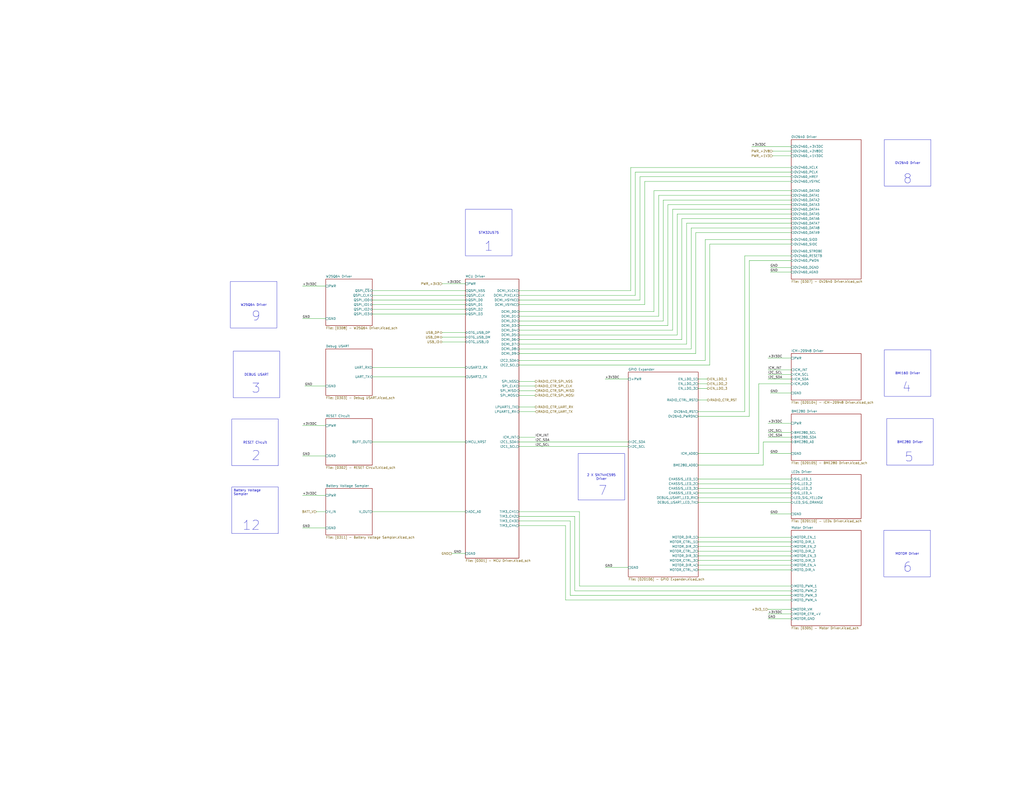
<source format=kicad_sch>
(kicad_sch
	(version 20231120)
	(generator "eeschema")
	(generator_version "8.0")
	(uuid "a042b1f2-44b3-43ca-b526-8268af8e5954")
	(paper "C")
	(title_block
		(comment 2 "DRAFT")
	)
	(lib_symbols)
	(wire
		(pts
			(xy 408.94 227.33) (xy 408.94 142.24)
		)
		(stroke
			(width 0)
			(type default)
		)
		(uuid "0015090a-5bc0-44d7-a541-cf6800f4bea5")
	)
	(wire
		(pts
			(xy 283.21 166.37) (xy 351.79 166.37)
		)
		(stroke
			(width 0)
			(type default)
		)
		(uuid "00171f4b-7b0a-4c95-8e13-1b2e315bccd6")
	)
	(wire
		(pts
			(xy 356.87 170.18) (xy 283.21 170.18)
		)
		(stroke
			(width 0)
			(type default)
		)
		(uuid "009997c1-e951-40d5-9407-872084c9d92b")
	)
	(wire
		(pts
			(xy 381 212.09) (xy 386.08 212.09)
		)
		(stroke
			(width 0)
			(type default)
		)
		(uuid "0391d7b7-e8a2-4b6a-b879-d9ca4650c2db")
	)
	(wire
		(pts
			(xy 408.94 142.24) (xy 431.8 142.24)
		)
		(stroke
			(width 0)
			(type default)
		)
		(uuid "05df4c11-6933-48d8-92f2-1b872fa95e31")
	)
	(wire
		(pts
			(xy 431.8 133.35) (xy 387.35 133.35)
		)
		(stroke
			(width 0)
			(type default)
		)
		(uuid "0c7fcc01-84a1-4ef5-ad66-fcba27b0f3d0")
	)
	(wire
		(pts
			(xy 283.21 238.76) (xy 292.1 238.76)
		)
		(stroke
			(width 0)
			(type default)
		)
		(uuid "0ccf834d-1fd6-4748-a521-be4652660508")
	)
	(wire
		(pts
			(xy 283.21 158.75) (xy 344.17 158.75)
		)
		(stroke
			(width 0)
			(type default)
		)
		(uuid "0dc0df54-e261-4e83-ae39-a00a5705bb3c")
	)
	(wire
		(pts
			(xy 241.3 181.61) (xy 254 181.61)
		)
		(stroke
			(width 0)
			(type default)
		)
		(uuid "0e572927-bed1-40b7-b0e0-b063f3cc93e7")
	)
	(wire
		(pts
			(xy 311.15 284.48) (xy 311.15 325.12)
		)
		(stroke
			(width 0)
			(type default)
		)
		(uuid "0eb812c2-5860-4fca-946d-f50874f92fba")
	)
	(wire
		(pts
			(xy 349.25 163.83) (xy 283.21 163.83)
		)
		(stroke
			(width 0)
			(type default)
		)
		(uuid "10f99c46-f36f-4250-ab24-c0dd158941aa")
	)
	(wire
		(pts
			(xy 203.2 241.3) (xy 254 241.3)
		)
		(stroke
			(width 0)
			(type default)
		)
		(uuid "12d24e1f-aae0-43dd-9de9-2ad48e345166")
	)
	(wire
		(pts
			(xy 283.21 190.5) (xy 377.19 190.5)
		)
		(stroke
			(width 0)
			(type default)
		)
		(uuid "14244013-c7ce-463f-a1e5-879c609e4647")
	)
	(wire
		(pts
			(xy 419.1 201.93) (xy 431.8 201.93)
		)
		(stroke
			(width 0)
			(type default)
		)
		(uuid "159a2b00-d996-4859-8522-4e6cf7bbc7ea")
	)
	(wire
		(pts
			(xy 381 300.99) (xy 431.8 300.99)
		)
		(stroke
			(width 0)
			(type default)
		)
		(uuid "1c999364-1b63-416d-a333-907e2b9cf02c")
	)
	(wire
		(pts
			(xy 283.21 196.85) (xy 384.81 196.85)
		)
		(stroke
			(width 0)
			(type default)
		)
		(uuid "1c9b9550-e2ea-4a3d-be03-9511192189e9")
	)
	(wire
		(pts
			(xy 283.21 210.82) (xy 292.1 210.82)
		)
		(stroke
			(width 0)
			(type default)
		)
		(uuid "1cb6ecd1-4e46-4269-b14d-fed15ab34912")
	)
	(wire
		(pts
			(xy 165.1 248.92) (xy 177.8 248.92)
		)
		(stroke
			(width 0)
			(type default)
		)
		(uuid "1e78982e-f777-46a9-bb82-921ff50255a1")
	)
	(wire
		(pts
			(xy 420.37 280.67) (xy 431.8 280.67)
		)
		(stroke
			(width 0)
			(type default)
		)
		(uuid "1e86787d-c111-4ade-b2c6-2a8024c1fc14")
	)
	(wire
		(pts
			(xy 431.8 104.14) (xy 356.87 104.14)
		)
		(stroke
			(width 0)
			(type default)
		)
		(uuid "2282fb93-f09f-44e8-a445-98f2f965c8af")
	)
	(wire
		(pts
			(xy 241.3 184.15) (xy 254 184.15)
		)
		(stroke
			(width 0)
			(type default)
		)
		(uuid "233d9d78-bde9-483a-92fe-db5c50350067")
	)
	(wire
		(pts
			(xy 165.1 173.99) (xy 177.8 173.99)
		)
		(stroke
			(width 0)
			(type default)
		)
		(uuid "23d73896-41a8-445b-a495-57db66415ede")
	)
	(wire
		(pts
			(xy 369.57 116.84) (xy 431.8 116.84)
		)
		(stroke
			(width 0)
			(type default)
		)
		(uuid "24abf305-6e26-44de-b441-59766ba672cd")
	)
	(wire
		(pts
			(xy 283.21 215.9) (xy 292.1 215.9)
		)
		(stroke
			(width 0)
			(type default)
		)
		(uuid "2609ba8a-3bfc-4b31-a0a2-a80a4a39774c")
	)
	(wire
		(pts
			(xy 372.11 185.42) (xy 283.21 185.42)
		)
		(stroke
			(width 0)
			(type default)
		)
		(uuid "27915ff3-d0c8-47df-a78a-1636e31300d9")
	)
	(wire
		(pts
			(xy 419.1 207.01) (xy 431.8 207.01)
		)
		(stroke
			(width 0)
			(type default)
		)
		(uuid "2862980a-1a46-4694-ab6b-714d61052e21")
	)
	(wire
		(pts
			(xy 330.2 207.01) (xy 342.9 207.01)
		)
		(stroke
			(width 0)
			(type default)
		)
		(uuid "2d4bbef0-aa9c-4261-90ff-c292081328ce")
	)
	(wire
		(pts
			(xy 431.8 91.44) (xy 344.17 91.44)
		)
		(stroke
			(width 0)
			(type default)
		)
		(uuid "2dd7152d-1b98-4a38-abbe-3681c17cb926")
	)
	(wire
		(pts
			(xy 313.69 281.94) (xy 313.69 322.58)
		)
		(stroke
			(width 0)
			(type default)
		)
		(uuid "30423024-a65f-4785-9b24-3829b7383c9a")
	)
	(wire
		(pts
			(xy 367.03 180.34) (xy 283.21 180.34)
		)
		(stroke
			(width 0)
			(type default)
		)
		(uuid "30fa0670-dcf5-45fe-9ebb-1c0f6cdf7245")
	)
	(wire
		(pts
			(xy 381 269.24) (xy 431.8 269.24)
		)
		(stroke
			(width 0)
			(type default)
		)
		(uuid "31b909e9-8fcd-4399-a9e9-74e1cd84fb49")
	)
	(wire
		(pts
			(xy 431.8 114.3) (xy 367.03 114.3)
		)
		(stroke
			(width 0)
			(type default)
		)
		(uuid "32190952-91d1-4d15-8acf-024915c900ae")
	)
	(wire
		(pts
			(xy 364.49 111.76) (xy 431.8 111.76)
		)
		(stroke
			(width 0)
			(type default)
		)
		(uuid "32a937ae-9ee5-4455-a79b-4d4d2afbe057")
	)
	(wire
		(pts
			(xy 377.19 190.5) (xy 377.19 124.46)
		)
		(stroke
			(width 0)
			(type default)
		)
		(uuid "32ad0059-06ed-458f-b310-f9485a09da73")
	)
	(wire
		(pts
			(xy 406.4 139.7) (xy 431.8 139.7)
		)
		(stroke
			(width 0)
			(type default)
		)
		(uuid "340b4515-c7ec-489b-9ab1-e6489140d978")
	)
	(wire
		(pts
			(xy 283.21 182.88) (xy 369.57 182.88)
		)
		(stroke
			(width 0)
			(type default)
		)
		(uuid "34b46a81-9b8e-4fcb-8fab-73ef4f418db8")
	)
	(wire
		(pts
			(xy 356.87 104.14) (xy 356.87 170.18)
		)
		(stroke
			(width 0)
			(type default)
		)
		(uuid "378e3d25-8838-45f0-bc42-7508c0537d66")
	)
	(wire
		(pts
			(xy 381 209.55) (xy 386.08 209.55)
		)
		(stroke
			(width 0)
			(type default)
		)
		(uuid "37ee3c56-2497-4938-a195-a5fc6004d711")
	)
	(wire
		(pts
			(xy 419.1 337.82) (xy 431.8 337.82)
		)
		(stroke
			(width 0)
			(type default)
		)
		(uuid "38481f21-0082-4377-aee7-05d606417053")
	)
	(wire
		(pts
			(xy 311.15 325.12) (xy 431.8 325.12)
		)
		(stroke
			(width 0)
			(type default)
		)
		(uuid "39a49e86-3a1d-4840-8204-ec26868ca346")
	)
	(wire
		(pts
			(xy 431.8 109.22) (xy 361.95 109.22)
		)
		(stroke
			(width 0)
			(type default)
		)
		(uuid "3b636fb1-03da-473b-8e2c-d7bf8975ee0d")
	)
	(wire
		(pts
			(xy 203.2 168.91) (xy 254 168.91)
		)
		(stroke
			(width 0)
			(type default)
		)
		(uuid "3dd1c527-f9f2-46f8-b83c-cbf0bea48f79")
	)
	(wire
		(pts
			(xy 410.21 80.01) (xy 431.8 80.01)
		)
		(stroke
			(width 0)
			(type default)
		)
		(uuid "3f153656-37bd-4fcd-84a2-85cb5d155324")
	)
	(wire
		(pts
			(xy 421.64 85.09) (xy 431.8 85.09)
		)
		(stroke
			(width 0)
			(type default)
		)
		(uuid "3fd4d969-406e-4347-be99-c8e1677f7c37")
	)
	(wire
		(pts
			(xy 172.72 279.4) (xy 177.8 279.4)
		)
		(stroke
			(width 0)
			(type default)
		)
		(uuid "42f00946-72af-4542-9e6f-958943e2528c")
	)
	(wire
		(pts
			(xy 414.02 209.55) (xy 431.8 209.55)
		)
		(stroke
			(width 0)
			(type default)
		)
		(uuid "446fdf68-4b8e-4b5f-8fd0-1a2244a15683")
	)
	(wire
		(pts
			(xy 421.64 82.55) (xy 431.8 82.55)
		)
		(stroke
			(width 0)
			(type default)
		)
		(uuid "45b8a1d4-fb94-45f8-aa4e-8e427b5c8603")
	)
	(wire
		(pts
			(xy 381 218.44) (xy 386.08 218.44)
		)
		(stroke
			(width 0)
			(type default)
		)
		(uuid "45b9d3b3-718e-46d9-a9fa-c192b3022df1")
	)
	(wire
		(pts
			(xy 283.21 208.28) (xy 292.1 208.28)
		)
		(stroke
			(width 0)
			(type default)
		)
		(uuid "46901004-fec1-4632-b5af-d0e3ecbfe7c7")
	)
	(wire
		(pts
			(xy 313.69 322.58) (xy 431.8 322.58)
		)
		(stroke
			(width 0)
			(type default)
		)
		(uuid "48e74d4d-5a59-483f-adaf-00133567ba37")
	)
	(wire
		(pts
			(xy 283.21 193.04) (xy 379.73 193.04)
		)
		(stroke
			(width 0)
			(type default)
		)
		(uuid "4a86bcd1-7f87-4cc5-9ae9-9b328b2384db")
	)
	(wire
		(pts
			(xy 359.41 172.72) (xy 359.41 106.68)
		)
		(stroke
			(width 0)
			(type default)
		)
		(uuid "4e8fa30a-5f7b-4c3d-b70e-620c36bd2997")
	)
	(wire
		(pts
			(xy 246.38 302.26) (xy 254 302.26)
		)
		(stroke
			(width 0)
			(type default)
		)
		(uuid "51687468-e8c3-4b82-9787-3d88af370f84")
	)
	(wire
		(pts
			(xy 381 274.32) (xy 431.8 274.32)
		)
		(stroke
			(width 0)
			(type default)
		)
		(uuid "521156e7-2aef-43a8-850a-4fe82e2c1941")
	)
	(wire
		(pts
			(xy 374.65 187.96) (xy 374.65 121.92)
		)
		(stroke
			(width 0)
			(type default)
		)
		(uuid "57e3faee-81d9-4686-9435-673b75f5e1a8")
	)
	(wire
		(pts
			(xy 419.1 238.76) (xy 431.8 238.76)
		)
		(stroke
			(width 0)
			(type default)
		)
		(uuid "58210d8e-e36d-401b-b5dd-087b5b530e42")
	)
	(wire
		(pts
			(xy 419.1 195.58) (xy 431.8 195.58)
		)
		(stroke
			(width 0)
			(type default)
		)
		(uuid "594ef1bf-5f56-4f2c-90a3-c9caa23db1e7")
	)
	(wire
		(pts
			(xy 361.95 109.22) (xy 361.95 175.26)
		)
		(stroke
			(width 0)
			(type default)
		)
		(uuid "59d0e334-f53f-44ec-a48e-d31445eaa519")
	)
	(wire
		(pts
			(xy 381 293.37) (xy 431.8 293.37)
		)
		(stroke
			(width 0)
			(type default)
		)
		(uuid "5a06c659-bfff-4f67-aa0d-9c7184039af1")
	)
	(wire
		(pts
			(xy 416.56 241.3) (xy 431.8 241.3)
		)
		(stroke
			(width 0)
			(type default)
		)
		(uuid "5b574416-65cd-4715-9a8c-355035b5b15a")
	)
	(wire
		(pts
			(xy 283.21 284.48) (xy 311.15 284.48)
		)
		(stroke
			(width 0)
			(type default)
		)
		(uuid "5c42f8d9-891c-400f-b59b-a9ce19ced130")
	)
	(wire
		(pts
			(xy 241.3 186.69) (xy 254 186.69)
		)
		(stroke
			(width 0)
			(type default)
		)
		(uuid "5cf78186-b1b3-4bf8-ab13-eecbfa4ea511")
	)
	(wire
		(pts
			(xy 165.1 232.41) (xy 177.8 232.41)
		)
		(stroke
			(width 0)
			(type default)
		)
		(uuid "6072fcb4-de94-4b95-9213-40e499929767")
	)
	(wire
		(pts
			(xy 369.57 182.88) (xy 369.57 116.84)
		)
		(stroke
			(width 0)
			(type default)
		)
		(uuid "614df22a-2a20-4610-8b7a-ee4bdefe88bb")
	)
	(wire
		(pts
			(xy 374.65 121.92) (xy 431.8 121.92)
		)
		(stroke
			(width 0)
			(type default)
		)
		(uuid "622aebca-2582-4b3c-9b57-6b3ac6559582")
	)
	(wire
		(pts
			(xy 419.1 204.47) (xy 431.8 204.47)
		)
		(stroke
			(width 0)
			(type default)
		)
		(uuid "625d46ba-1608-482f-bf44-decf3e372c42")
	)
	(wire
		(pts
			(xy 344.17 91.44) (xy 344.17 158.75)
		)
		(stroke
			(width 0)
			(type default)
		)
		(uuid "6b2c414e-8e41-48f5-8768-f6dbec20c8e1")
	)
	(wire
		(pts
			(xy 387.35 199.39) (xy 283.21 199.39)
		)
		(stroke
			(width 0)
			(type default)
		)
		(uuid "6e756443-f6db-474d-80e3-668c7ddc69f7")
	)
	(wire
		(pts
			(xy 420.37 148.59) (xy 431.8 148.59)
		)
		(stroke
			(width 0)
			(type default)
		)
		(uuid "715e8d89-2772-4424-ac99-851edbe71f07")
	)
	(wire
		(pts
			(xy 419.1 231.14) (xy 431.8 231.14)
		)
		(stroke
			(width 0)
			(type default)
		)
		(uuid "71c8e92b-72d3-44d5-b9ec-4dd372b3d2a5")
	)
	(wire
		(pts
			(xy 359.41 106.68) (xy 431.8 106.68)
		)
		(stroke
			(width 0)
			(type default)
		)
		(uuid "721192de-1d0e-43aa-bdff-43a678506e57")
	)
	(wire
		(pts
			(xy 431.8 96.52) (xy 349.25 96.52)
		)
		(stroke
			(width 0)
			(type default)
		)
		(uuid "7304feac-91a8-4c18-8d8b-6f669f0adb8d")
	)
	(wire
		(pts
			(xy 406.4 224.79) (xy 406.4 139.7)
		)
		(stroke
			(width 0)
			(type default)
		)
		(uuid "73aac875-5822-4c4f-8bdd-f552fa514154")
	)
	(wire
		(pts
			(xy 416.56 254) (xy 416.56 241.3)
		)
		(stroke
			(width 0)
			(type default)
		)
		(uuid "7920954b-81bd-443c-9b55-faed84f64117")
	)
	(wire
		(pts
			(xy 384.81 130.81) (xy 384.81 196.85)
		)
		(stroke
			(width 0)
			(type default)
		)
		(uuid "7c1f47b8-a39b-4731-ace3-ed5c3aa5871b")
	)
	(wire
		(pts
			(xy 283.21 172.72) (xy 359.41 172.72)
		)
		(stroke
			(width 0)
			(type default)
		)
		(uuid "7f9c43d2-2cac-4f1a-8b48-e264d3a29cc1")
	)
	(wire
		(pts
			(xy 381 308.61) (xy 431.8 308.61)
		)
		(stroke
			(width 0)
			(type default)
		)
		(uuid "824c48e8-ab53-4685-8a02-63855c244e90")
	)
	(wire
		(pts
			(xy 381 224.79) (xy 406.4 224.79)
		)
		(stroke
			(width 0)
			(type default)
		)
		(uuid "828ded36-10d0-408c-bbc8-6bb794f1c280")
	)
	(wire
		(pts
			(xy 431.8 119.38) (xy 372.11 119.38)
		)
		(stroke
			(width 0)
			(type default)
		)
		(uuid "83bcb88f-df24-447c-8f28-a4ac9a421b3a")
	)
	(wire
		(pts
			(xy 308.61 327.66) (xy 308.61 287.02)
		)
		(stroke
			(width 0)
			(type default)
		)
		(uuid "84c231b2-d4f8-45fa-a5ae-2df3cbf5d09c")
	)
	(wire
		(pts
			(xy 381 261.62) (xy 431.8 261.62)
		)
		(stroke
			(width 0)
			(type default)
		)
		(uuid "87625a0d-86ec-4bef-9a20-41a460c72353")
	)
	(wire
		(pts
			(xy 349.25 96.52) (xy 349.25 163.83)
		)
		(stroke
			(width 0)
			(type default)
		)
		(uuid "890b3bee-969a-45cd-ab1f-669000aa7da1")
	)
	(wire
		(pts
			(xy 283.21 161.29) (xy 346.71 161.29)
		)
		(stroke
			(width 0)
			(type default)
		)
		(uuid "8992c87e-24c1-4286-8a1f-2105c504bea0")
	)
	(wire
		(pts
			(xy 381 254) (xy 416.56 254)
		)
		(stroke
			(width 0)
			(type default)
		)
		(uuid "8bed64c6-c72c-4759-b6cc-4114a67371c9")
	)
	(wire
		(pts
			(xy 381 303.53) (xy 431.8 303.53)
		)
		(stroke
			(width 0)
			(type default)
		)
		(uuid "8c582941-a862-450c-b34a-ca5919cc5cf1")
	)
	(wire
		(pts
			(xy 381 266.7) (xy 431.8 266.7)
		)
		(stroke
			(width 0)
			(type default)
		)
		(uuid "8caecbf1-7238-4bf0-bf2d-35ab1f318dcd")
	)
	(wire
		(pts
			(xy 381 207.01) (xy 386.08 207.01)
		)
		(stroke
			(width 0)
			(type default)
		)
		(uuid "8df277c7-4b07-4155-bb5a-26d8faed3781")
	)
	(wire
		(pts
			(xy 381 227.33) (xy 408.94 227.33)
		)
		(stroke
			(width 0)
			(type default)
		)
		(uuid "922132f7-4308-420e-beff-b47348dfc5ed")
	)
	(wire
		(pts
			(xy 165.1 270.51) (xy 177.8 270.51)
		)
		(stroke
			(width 0)
			(type default)
		)
		(uuid "9844b852-54d8-4239-a24d-9deeafb3eb69")
	)
	(wire
		(pts
			(xy 420.37 214.63) (xy 431.8 214.63)
		)
		(stroke
			(width 0)
			(type default)
		)
		(uuid "9b3bdf57-189d-4d29-9ff9-f749dccbb0f1")
	)
	(wire
		(pts
			(xy 351.79 166.37) (xy 351.79 99.06)
		)
		(stroke
			(width 0)
			(type default)
		)
		(uuid "9be28e1f-2fa6-4020-9b90-10bf7b33388e")
	)
	(wire
		(pts
			(xy 431.8 327.66) (xy 308.61 327.66)
		)
		(stroke
			(width 0)
			(type default)
		)
		(uuid "9dafa73b-a999-4341-b2f4-d91ff146f85c")
	)
	(wire
		(pts
			(xy 381 306.07) (xy 431.8 306.07)
		)
		(stroke
			(width 0)
			(type default)
		)
		(uuid "a0ac0bc6-ea28-41d5-bc74-bf257f92d2dd")
	)
	(wire
		(pts
			(xy 316.23 279.4) (xy 316.23 320.04)
		)
		(stroke
			(width 0)
			(type default)
		)
		(uuid "a179b05d-6240-4167-9c8d-a13a31ae439c")
	)
	(wire
		(pts
			(xy 381 295.91) (xy 431.8 295.91)
		)
		(stroke
			(width 0)
			(type default)
		)
		(uuid "a52927e9-cf65-41df-9611-e3be57a29409")
	)
	(wire
		(pts
			(xy 330.2 309.88) (xy 342.9 309.88)
		)
		(stroke
			(width 0)
			(type default)
		)
		(uuid "aaabaf5b-9089-480f-88ce-3e4db45bfd1d")
	)
	(wire
		(pts
			(xy 420.37 247.65) (xy 431.8 247.65)
		)
		(stroke
			(width 0)
			(type default)
		)
		(uuid "ab3a3c74-4078-44ec-9e35-50e9b6967d0c")
	)
	(wire
		(pts
			(xy 165.1 156.21) (xy 177.8 156.21)
		)
		(stroke
			(width 0)
			(type default)
		)
		(uuid "adb3c7ac-cc31-4fc8-87e5-328694354c05")
	)
	(wire
		(pts
			(xy 283.21 243.84) (xy 342.9 243.84)
		)
		(stroke
			(width 0)
			(type default)
		)
		(uuid "b13c8562-40b6-43ac-8aad-dfe7fde091ef")
	)
	(wire
		(pts
			(xy 203.2 200.66) (xy 254 200.66)
		)
		(stroke
			(width 0)
			(type default)
		)
		(uuid "b227c2f7-4f44-4809-94f4-197ba19a6390")
	)
	(wire
		(pts
			(xy 372.11 119.38) (xy 372.11 185.42)
		)
		(stroke
			(width 0)
			(type default)
		)
		(uuid "b4f904cb-d46f-4c7d-8b4a-0823a8bff288")
	)
	(wire
		(pts
			(xy 351.79 99.06) (xy 431.8 99.06)
		)
		(stroke
			(width 0)
			(type default)
		)
		(uuid "b758d2fe-ee8b-4ee3-94ea-763d476644d1")
	)
	(wire
		(pts
			(xy 316.23 320.04) (xy 431.8 320.04)
		)
		(stroke
			(width 0)
			(type default)
		)
		(uuid "b7da4667-aecf-4fc0-9f9e-0519d4f7575c")
	)
	(wire
		(pts
			(xy 420.37 146.05) (xy 431.8 146.05)
		)
		(stroke
			(width 0)
			(type default)
		)
		(uuid "b9241d81-e884-4344-8407-f6e525bc7e05")
	)
	(wire
		(pts
			(xy 381 264.16) (xy 431.8 264.16)
		)
		(stroke
			(width 0)
			(type default)
		)
		(uuid "b98f84f4-f9b0-4861-853d-86b8c4010dfd")
	)
	(wire
		(pts
			(xy 384.81 130.81) (xy 431.8 130.81)
		)
		(stroke
			(width 0)
			(type default)
		)
		(uuid "b9fb289a-5d57-48d4-8e2a-c2633e63f4d9")
	)
	(wire
		(pts
			(xy 381 311.15) (xy 431.8 311.15)
		)
		(stroke
			(width 0)
			(type default)
		)
		(uuid "ba406771-ad6c-4099-a2fa-71ad42bd831d")
	)
	(wire
		(pts
			(xy 283.21 224.79) (xy 292.1 224.79)
		)
		(stroke
			(width 0)
			(type default)
		)
		(uuid "bd98014b-e3f4-4084-b826-a8c160869f33")
	)
	(wire
		(pts
			(xy 283.21 279.4) (xy 316.23 279.4)
		)
		(stroke
			(width 0)
			(type default)
		)
		(uuid "bf0246d9-e150-43e7-b6ce-fce5dc7f48c6")
	)
	(wire
		(pts
			(xy 381 247.65) (xy 414.02 247.65)
		)
		(stroke
			(width 0)
			(type default)
		)
		(uuid "bfdd9c66-a41c-4c7f-83fa-3051ef14373d")
	)
	(wire
		(pts
			(xy 203.2 163.83) (xy 254 163.83)
		)
		(stroke
			(width 0)
			(type default)
		)
		(uuid "c363ad69-254a-4b50-ac67-a0f36ea07196")
	)
	(wire
		(pts
			(xy 379.73 193.04) (xy 379.73 127)
		)
		(stroke
			(width 0)
			(type default)
		)
		(uuid "c5fbf9aa-83e3-4dd1-9a42-3cd8e57fed09")
	)
	(wire
		(pts
			(xy 387.35 133.35) (xy 387.35 199.39)
		)
		(stroke
			(width 0)
			(type default)
		)
		(uuid "c665b6ba-8390-4ca5-9046-91328c201f6b")
	)
	(wire
		(pts
			(xy 414.02 247.65) (xy 414.02 209.55)
		)
		(stroke
			(width 0)
			(type default)
		)
		(uuid "c6ff87ec-c745-4d42-91a8-7ef9faba9c92")
	)
	(wire
		(pts
			(xy 203.2 205.74) (xy 254 205.74)
		)
		(stroke
			(width 0)
			(type default)
		)
		(uuid "c7ec565f-a042-4043-b903-b20dea69c513")
	)
	(wire
		(pts
			(xy 308.61 287.02) (xy 283.21 287.02)
		)
		(stroke
			(width 0)
			(type default)
		)
		(uuid "c8ebb576-d576-444b-bbfd-30eafb28fa67")
	)
	(wire
		(pts
			(xy 203.2 161.29) (xy 254 161.29)
		)
		(stroke
			(width 0)
			(type default)
		)
		(uuid "c9901e23-4189-478f-9695-5eafe417f28a")
	)
	(wire
		(pts
			(xy 165.1 288.29) (xy 177.8 288.29)
		)
		(stroke
			(width 0)
			(type default)
		)
		(uuid "cd6119f5-d720-48df-9677-0221a22ee45c")
	)
	(wire
		(pts
			(xy 203.2 158.75) (xy 254 158.75)
		)
		(stroke
			(width 0)
			(type default)
		)
		(uuid "ce0685da-6d15-4485-8f24-8511e13cfc31")
	)
	(wire
		(pts
			(xy 346.71 93.98) (xy 431.8 93.98)
		)
		(stroke
			(width 0)
			(type default)
		)
		(uuid "cf0e0746-75d0-4e9e-9dc7-0243ceffd078")
	)
	(wire
		(pts
			(xy 283.21 241.3) (xy 342.9 241.3)
		)
		(stroke
			(width 0)
			(type default)
		)
		(uuid "d3da8ef2-4cdf-4f4f-8e98-246da4161668")
	)
	(wire
		(pts
			(xy 367.03 114.3) (xy 367.03 180.34)
		)
		(stroke
			(width 0)
			(type default)
		)
		(uuid "d672dda7-e0ae-4e48-a719-6127301f6244")
	)
	(wire
		(pts
			(xy 283.21 187.96) (xy 374.65 187.96)
		)
		(stroke
			(width 0)
			(type default)
		)
		(uuid "d8606274-5542-48c7-84b8-b8936bd0f11d")
	)
	(wire
		(pts
			(xy 346.71 161.29) (xy 346.71 93.98)
		)
		(stroke
			(width 0)
			(type default)
		)
		(uuid "dfaf5008-9842-46d3-9bdc-1d0468e56f97")
	)
	(wire
		(pts
			(xy 283.21 213.36) (xy 292.1 213.36)
		)
		(stroke
			(width 0)
			(type default)
		)
		(uuid "e0c78acb-14d5-4bcb-9cc1-6331559061f8")
	)
	(wire
		(pts
			(xy 419.1 332.74) (xy 431.8 332.74)
		)
		(stroke
			(width 0)
			(type default)
		)
		(uuid "e22bfc92-5579-4e86-a9de-f4f0149b40c1")
	)
	(wire
		(pts
			(xy 377.19 124.46) (xy 431.8 124.46)
		)
		(stroke
			(width 0)
			(type default)
		)
		(uuid "e5cf0b73-29a1-47e8-b048-d84aa433534a")
	)
	(wire
		(pts
			(xy 419.1 335.28) (xy 431.8 335.28)
		)
		(stroke
			(width 0)
			(type default)
		)
		(uuid "e6c366a2-6276-4f16-8d3d-44a62762f917")
	)
	(wire
		(pts
			(xy 381 298.45) (xy 431.8 298.45)
		)
		(stroke
			(width 0)
			(type default)
		)
		(uuid "e6e003a0-4f65-4616-bc64-00d56b6d2252")
	)
	(wire
		(pts
			(xy 203.2 279.4) (xy 254 279.4)
		)
		(stroke
			(width 0)
			(type default)
		)
		(uuid "e7322cb1-cdc9-4f0a-bdb0-643cda641c77")
	)
	(wire
		(pts
			(xy 166.37 210.82) (xy 177.8 210.82)
		)
		(stroke
			(width 0)
			(type default)
		)
		(uuid "e75ce56b-fb51-402c-a390-17dd5ddee339")
	)
	(wire
		(pts
			(xy 419.1 236.22) (xy 431.8 236.22)
		)
		(stroke
			(width 0)
			(type default)
		)
		(uuid "eb487746-dad9-4168-922e-81215d086b73")
	)
	(wire
		(pts
			(xy 364.49 177.8) (xy 364.49 111.76)
		)
		(stroke
			(width 0)
			(type default)
		)
		(uuid "efe85d1e-7fba-4004-b175-45c77ae7684a")
	)
	(wire
		(pts
			(xy 361.95 175.26) (xy 283.21 175.26)
		)
		(stroke
			(width 0)
			(type default)
		)
		(uuid "f0c0eb3b-6c82-404f-bd65-f8e27c1c46b2")
	)
	(wire
		(pts
			(xy 283.21 281.94) (xy 313.69 281.94)
		)
		(stroke
			(width 0)
			(type default)
		)
		(uuid "f32ee8b5-705d-42d1-b33a-46395e5d342c")
	)
	(wire
		(pts
			(xy 203.2 166.37) (xy 254 166.37)
		)
		(stroke
			(width 0)
			(type default)
		)
		(uuid "f413a649-fe02-4cb7-9d7a-64cbd1f16920")
	)
	(wire
		(pts
			(xy 203.2 171.45) (xy 254 171.45)
		)
		(stroke
			(width 0)
			(type default)
		)
		(uuid "f62b743a-1198-4d9d-acd5-23596a0a0e6e")
	)
	(wire
		(pts
			(xy 381 271.78) (xy 431.8 271.78)
		)
		(stroke
			(width 0)
			(type default)
		)
		(uuid "f7a76bea-084f-4d7e-a82d-9a8fb19f3e1c")
	)
	(wire
		(pts
			(xy 241.3 154.94) (xy 254 154.94)
		)
		(stroke
			(width 0)
			(type default)
		)
		(uuid "f85398a6-f500-4b5b-a9e4-75729117ce9b")
	)
	(wire
		(pts
			(xy 379.73 127) (xy 431.8 127)
		)
		(stroke
			(width 0)
			(type default)
		)
		(uuid "f8adfee1-b96e-4905-b8ed-a8de9669bcbf")
	)
	(wire
		(pts
			(xy 283.21 177.8) (xy 364.49 177.8)
		)
		(stroke
			(width 0)
			(type default)
		)
		(uuid "f9ae5822-4890-4948-b55b-de2d3ead3d2c")
	)
	(wire
		(pts
			(xy 283.21 222.25) (xy 292.1 222.25)
		)
		(stroke
			(width 0)
			(type default)
		)
		(uuid "f9db8baa-8fae-48cc-b29d-fb6233d7a880")
	)
	(text_box "STM32U575"
		(exclude_from_sim no)
		(at 254 114.3 0)
		(size 25.4 25.4)
		(stroke
			(width 0)
			(type default)
		)
		(fill
			(type none)
		)
		(effects
			(font
				(size 1.27 1.27)
			)
		)
		(uuid "1d85b094-9757-4c8f-b25b-4092cdabb1aa")
	)
	(text_box "BMI160 Driver"
		(exclude_from_sim no)
		(at 482.6 191.008 0)
		(size 25.4 25.4)
		(stroke
			(width 0)
			(type default)
		)
		(fill
			(type none)
		)
		(effects
			(font
				(size 1.27 1.27)
			)
		)
		(uuid "31f48d17-2e44-407c-aac4-2af250bbcec0")
	)
	(text_box "2 X SN74HC595\nDriver"
		(exclude_from_sim no)
		(at 315.468 247.65 0)
		(size 25.4 25.4)
		(stroke
			(width 0)
			(type default)
		)
		(fill
			(type none)
		)
		(effects
			(font
				(size 1.27 1.27)
			)
		)
		(uuid "4af3e61e-6c0d-4f58-8279-804c38863f74")
	)
	(text_box "DEBUG USART"
		(exclude_from_sim no)
		(at 127.254 191.77 0)
		(size 25.4 25.4)
		(stroke
			(width 0)
			(type default)
		)
		(fill
			(type none)
		)
		(effects
			(font
				(size 1.27 1.27)
			)
		)
		(uuid "62ec1180-010f-4b34-a965-b187b021d921")
	)
	(text_box "BME280 Driver"
		(exclude_from_sim no)
		(at 483.87 228.6 0)
		(size 25.4 25.4)
		(stroke
			(width 0)
			(type default)
		)
		(fill
			(type none)
		)
		(effects
			(font
				(size 1.27 1.27)
			)
		)
		(uuid "69e11735-8191-42fd-822d-31f3e4e22b49")
	)
	(text_box "W25Q64 Driver"
		(exclude_from_sim no)
		(at 125.73 153.67 0)
		(size 25.4 25.4)
		(stroke
			(width 0)
			(type default)
		)
		(fill
			(type none)
		)
		(effects
			(font
				(size 1.27 1.27)
			)
		)
		(uuid "88fdf4af-c929-4123-b876-ac53a8b469b5")
	)
	(text_box "MOTOR Driver"
		(exclude_from_sim no)
		(at 482.346 289.56 0)
		(size 25.4 25.4)
		(stroke
			(width 0)
			(type default)
		)
		(fill
			(type none)
		)
		(effects
			(font
				(size 1.27 1.27)
			)
		)
		(uuid "90bebac4-74bf-471f-b832-a393d0af86d9")
	)
	(text_box "RESET Circuit"
		(exclude_from_sim no)
		(at 126.492 228.854 0)
		(size 25.4 25.4)
		(stroke
			(width 0)
			(type default)
		)
		(fill
			(type none)
		)
		(effects
			(font
				(size 1.27 1.27)
			)
		)
		(uuid "9155af20-d56e-48e6-8226-f0e3d6f264ef")
	)
	(text_box "OV2640 Driver"
		(exclude_from_sim no)
		(at 482.6 76.2 0)
		(size 25.4 25.4)
		(stroke
			(width 0)
			(type default)
		)
		(fill
			(type none)
		)
		(effects
			(font
				(size 1.27 1.27)
			)
		)
		(uuid "cd3b2bd0-76d5-44ec-a655-c29b536297ec")
	)
	(text_box "Battery Voltage Sampler"
		(exclude_from_sim no)
		(at 126.492 265.938 0)
		(size 25.4 25.4)
		(stroke
			(width 0)
			(type default)
		)
		(fill
			(type none)
		)
		(effects
			(font
				(size 1.27 1.27)
			)
			(justify left top)
		)
		(uuid "d3f2979d-c9d4-4dbb-9d31-7a56f27b4192")
	)
	(text "4"
		(exclude_from_sim no)
		(at 494.792 211.582 0)
		(effects
			(font
				(size 5.08 5.08)
			)
		)
		(uuid "0071fcf1-6e91-45e6-afbf-594346842317")
	)
	(text "8"
		(exclude_from_sim no)
		(at 495.3 97.79 0)
		(effects
			(font
				(size 5.08 5.08)
			)
		)
		(uuid "3f82a19f-f185-400a-81cb-87221bd4f4bd")
	)
	(text "7"
		(exclude_from_sim no)
		(at 328.93 267.97 0)
		(effects
			(font
				(size 5.08 5.08)
			)
		)
		(uuid "49efb283-eb69-47ea-8b35-66d242672c34")
	)
	(text "12"
		(exclude_from_sim no)
		(at 137.16 287.02 0)
		(effects
			(font
				(size 5.08 5.08)
			)
		)
		(uuid "4fc98e5a-f6c7-421b-a77f-a5cc3281e7f9")
	)
	(text "3"
		(exclude_from_sim no)
		(at 139.7 212.09 0)
		(effects
			(font
				(size 5.08 5.08)
			)
		)
		(uuid "5a45bb9b-eae4-41ab-8288-970094fa045c")
	)
	(text "2"
		(exclude_from_sim no)
		(at 139.7 248.92 0)
		(effects
			(font
				(size 5.08 5.08)
			)
		)
		(uuid "67c66b8f-b47a-43d2-be91-0194097c62dd")
	)
	(text "9"
		(exclude_from_sim no)
		(at 139.7 172.72 0)
		(effects
			(font
				(size 5.08 5.08)
			)
		)
		(uuid "b5620ee3-148e-40e0-934c-105f7c75fac2")
	)
	(text "5"
		(exclude_from_sim no)
		(at 496.062 249.682 0)
		(effects
			(font
				(size 5.08 5.08)
			)
		)
		(uuid "caea6d9f-2168-4239-baa8-85ba29dd7c46")
	)
	(text "1"
		(exclude_from_sim no)
		(at 266.7 134.62 0)
		(effects
			(font
				(size 5.08 5.08)
			)
		)
		(uuid "eee37d53-3f11-4ad3-929c-09907ea98845")
	)
	(text "6"
		(exclude_from_sim no)
		(at 495.3 309.88 0)
		(effects
			(font
				(size 5.08 5.08)
			)
		)
		(uuid "f6f7d5cd-a32b-4d54-974e-1c15e2433966")
	)
	(label "GND"
		(at 165.1 248.92 0)
		(fields_autoplaced yes)
		(effects
			(font
				(size 1.27 1.27)
			)
			(justify left bottom)
		)
		(uuid "0b85680f-b503-46ee-8121-29b3354808d0")
	)
	(label "I2C_SCL"
		(at 292.1 243.84 0)
		(fields_autoplaced yes)
		(effects
			(font
				(size 1.27 1.27)
			)
			(justify left bottom)
		)
		(uuid "2cc913e4-e2a7-4051-9958-e70f64eee91c")
	)
	(label "GND"
		(at 420.37 146.05 0)
		(fields_autoplaced yes)
		(effects
			(font
				(size 1.27 1.27)
			)
			(justify left bottom)
		)
		(uuid "2f091a5e-9de2-4bd3-820b-bc9cb9d71189")
	)
	(label "ICM_INT"
		(at 419.1 201.93 0)
		(fields_autoplaced yes)
		(effects
			(font
				(size 1.27 1.27)
			)
			(justify left bottom)
		)
		(uuid "2ff741e9-0002-4a7a-8640-993ea77141e3")
	)
	(label "GND"
		(at 420.37 214.63 0)
		(fields_autoplaced yes)
		(effects
			(font
				(size 1.27 1.27)
			)
			(justify left bottom)
		)
		(uuid "345bb26b-d64c-45a6-a553-b25b82090bd4")
	)
	(label "I2C_SCL"
		(at 419.1 236.22 0)
		(fields_autoplaced yes)
		(effects
			(font
				(size 1.27 1.27)
			)
			(justify left bottom)
		)
		(uuid "440334b1-d90e-4cca-8019-abb3f30fa573")
	)
	(label "GND"
		(at 166.37 210.82 0)
		(fields_autoplaced yes)
		(effects
			(font
				(size 1.27 1.27)
			)
			(justify left bottom)
		)
		(uuid "4466b59e-9e16-457a-b630-c9052e82ea9c")
	)
	(label "GND"
		(at 330.2 309.88 0)
		(fields_autoplaced yes)
		(effects
			(font
				(size 1.27 1.27)
			)
			(justify left bottom)
		)
		(uuid "488c1b8f-71ee-40b7-827a-1a7847dc2803")
	)
	(label "+3V3DC"
		(at 165.1 156.21 0)
		(fields_autoplaced yes)
		(effects
			(font
				(size 1.27 1.27)
			)
			(justify left bottom)
		)
		(uuid "49811a18-b085-445a-b536-711692fc9a46")
	)
	(label "GND"
		(at 420.37 247.65 0)
		(fields_autoplaced yes)
		(effects
			(font
				(size 1.27 1.27)
			)
			(justify left bottom)
		)
		(uuid "69788a90-cc06-48d5-a3f7-1b02312693e0")
	)
	(label "GND"
		(at 420.37 280.67 0)
		(fields_autoplaced yes)
		(effects
			(font
				(size 1.27 1.27)
			)
			(justify left bottom)
		)
		(uuid "70073e34-bcc5-4457-96ea-9c7e9f0ac9ee")
	)
	(label "I2C_SDA"
		(at 292.1 241.3 0)
		(fields_autoplaced yes)
		(effects
			(font
				(size 1.27 1.27)
			)
			(justify left bottom)
		)
		(uuid "8593bb7a-d674-4baf-a9ac-6b03ec210c50")
	)
	(label "+3V3DC"
		(at 330.2 207.01 0)
		(fields_autoplaced yes)
		(effects
			(font
				(size 1.27 1.27)
			)
			(justify left bottom)
		)
		(uuid "87b51cd5-cdcc-4440-849a-6fc3e19a8cfc")
	)
	(label "GND"
		(at 165.1 173.99 0)
		(fields_autoplaced yes)
		(effects
			(font
				(size 1.27 1.27)
			)
			(justify left bottom)
		)
		(uuid "881eebdd-ceed-45d3-aab3-172a1fd771ec")
	)
	(label "I2C_SDA"
		(at 419.1 207.01 0)
		(fields_autoplaced yes)
		(effects
			(font
				(size 1.27 1.27)
			)
			(justify left bottom)
		)
		(uuid "992c3745-cfe3-4b61-a6e2-737b9290d6a7")
	)
	(label "GND"
		(at 419.1 337.82 0)
		(fields_autoplaced yes)
		(effects
			(font
				(size 1.27 1.27)
			)
			(justify left bottom)
		)
		(uuid "9a7166eb-45a1-4ff8-a69a-251d0c08b7c7")
	)
	(label "+3V3DC"
		(at 165.1 270.51 0)
		(fields_autoplaced yes)
		(effects
			(font
				(size 1.27 1.27)
			)
			(justify left bottom)
		)
		(uuid "a7dc5e34-dbe5-4167-b9ed-5061dd2b1b32")
	)
	(label "+3V3DC"
		(at 243.84 154.94 0)
		(fields_autoplaced yes)
		(effects
			(font
				(size 1.27 1.27)
			)
			(justify left bottom)
		)
		(uuid "b0c88b89-a816-4a05-9b5b-a25deb6fba76")
	)
	(label "+3V3DC"
		(at 165.1 232.41 0)
		(fields_autoplaced yes)
		(effects
			(font
				(size 1.27 1.27)
			)
			(justify left bottom)
		)
		(uuid "baa5022d-6bcb-4ee5-a703-9a9777ff65c2")
	)
	(label "I2C_SCL"
		(at 419.1 204.47 0)
		(fields_autoplaced yes)
		(effects
			(font
				(size 1.27 1.27)
			)
			(justify left bottom)
		)
		(uuid "d281659d-cf65-4184-9e3b-d8b79ff1f644")
	)
	(label "+3V3DC"
		(at 419.1 335.28 0)
		(fields_autoplaced yes)
		(effects
			(font
				(size 1.27 1.27)
			)
			(justify left bottom)
		)
		(uuid "d88b335e-62a0-4278-8302-9596fefbe7fe")
	)
	(label "ICM_INT"
		(at 292.1 238.76 0)
		(fields_autoplaced yes)
		(effects
			(font
				(size 1.27 1.27)
			)
			(justify left bottom)
		)
		(uuid "dd5e62cc-dacc-4475-8b72-662a88365760")
	)
	(label "GND"
		(at 420.37 148.59 0)
		(fields_autoplaced yes)
		(effects
			(font
				(size 1.27 1.27)
			)
			(justify left bottom)
		)
		(uuid "e00fd330-7e82-4aa7-a273-014e905c7cda")
	)
	(label "GND"
		(at 247.65 302.26 0)
		(fields_autoplaced yes)
		(effects
			(font
				(size 1.27 1.27)
			)
			(justify left bottom)
		)
		(uuid "e391bd45-995a-4dca-9ce0-3a35b097752b")
	)
	(label "+3V3DC"
		(at 419.1 195.58 0)
		(fields_autoplaced yes)
		(effects
			(font
				(size 1.27 1.27)
			)
			(justify left bottom)
		)
		(uuid "ece49ec2-48bb-47a3-9f78-42ce00d7ea05")
	)
	(label "I2C_SDA"
		(at 419.1 238.76 0)
		(fields_autoplaced yes)
		(effects
			(font
				(size 1.27 1.27)
			)
			(justify left bottom)
		)
		(uuid "f1c20b89-f22e-4e4b-8c53-71dbc1a6634d")
	)
	(label "+3V3DC"
		(at 419.1 231.14 0)
		(fields_autoplaced yes)
		(effects
			(font
				(size 1.27 1.27)
			)
			(justify left bottom)
		)
		(uuid "f6e3a7fc-1b3f-4341-a4fd-1462eb93f6ea")
	)
	(label "GND"
		(at 165.1 288.29 0)
		(fields_autoplaced yes)
		(effects
			(font
				(size 1.27 1.27)
			)
			(justify left bottom)
		)
		(uuid "f7e231ec-1c27-4419-b0bf-7cf908cd7d60")
	)
	(label "+3V3DC"
		(at 410.21 80.01 0)
		(fields_autoplaced yes)
		(effects
			(font
				(size 1.27 1.27)
			)
			(justify left bottom)
		)
		(uuid "facc34e7-25db-4656-8e62-975c056a8e53")
	)
	(hierarchical_label "RADIO_CTR_SPI_NSS"
		(shape output)
		(at 292.1 208.28 0)
		(fields_autoplaced yes)
		(effects
			(font
				(size 1.27 1.27)
			)
			(justify left)
		)
		(uuid "01233956-6c46-426d-b68e-23459816a05b")
	)
	(hierarchical_label "RADIO_CTR_SPI_MISO"
		(shape input)
		(at 292.1 213.36 0)
		(fields_autoplaced yes)
		(effects
			(font
				(size 1.27 1.27)
			)
			(justify left)
		)
		(uuid "042aabe4-2b99-4f3e-9428-cbb30bbcf92f")
	)
	(hierarchical_label "USB_DP"
		(shape bidirectional)
		(at 241.3 181.61 180)
		(fields_autoplaced yes)
		(effects
			(font
				(size 1.27 1.27)
			)
			(justify right)
		)
		(uuid "10ecdbda-5d1c-4e93-b3a3-cbc2733d7104")
	)
	(hierarchical_label "RADIO_CTR_SPI_MOSI"
		(shape output)
		(at 292.1 215.9 0)
		(fields_autoplaced yes)
		(effects
			(font
				(size 1.27 1.27)
			)
			(justify left)
		)
		(uuid "1d9d5ad2-d2a4-4283-b872-f26898302b77")
	)
	(hierarchical_label "PWR_+3V3"
		(shape input)
		(at 241.3 154.94 180)
		(fields_autoplaced yes)
		(effects
			(font
				(size 1.27 1.27)
			)
			(justify right)
		)
		(uuid "2eb75a7b-c074-4a63-8240-4b2216fd29fb")
	)
	(hierarchical_label "USB_DM"
		(shape bidirectional)
		(at 241.3 184.15 180)
		(fields_autoplaced yes)
		(effects
			(font
				(size 1.27 1.27)
			)
			(justify right)
		)
		(uuid "352e634d-a718-418e-a2c2-d7b4c31906de")
	)
	(hierarchical_label "RADIO_CTR_UART_TX"
		(shape input)
		(at 292.1 224.79 0)
		(fields_autoplaced yes)
		(effects
			(font
				(size 1.27 1.27)
			)
			(justify left)
		)
		(uuid "3fe4366c-401d-4652-a233-cdadad2376e9")
	)
	(hierarchical_label "GND"
		(shape passive)
		(at 246.38 302.26 180)
		(fields_autoplaced yes)
		(effects
			(font
				(size 1.27 1.27)
			)
			(justify right)
		)
		(uuid "4c1000e9-1e9a-4b09-bbd1-a1638f3e13f8")
	)
	(hierarchical_label "USB_ID"
		(shape bidirectional)
		(at 241.3 186.69 180)
		(fields_autoplaced yes)
		(effects
			(font
				(size 1.27 1.27)
			)
			(justify right)
		)
		(uuid "4eb60121-7f6c-4fef-9fa9-6e605cb59ba9")
	)
	(hierarchical_label "EN_LDO_1"
		(shape output)
		(at 386.08 207.01 0)
		(fields_autoplaced yes)
		(effects
			(font
				(size 1.27 1.27)
			)
			(justify left)
		)
		(uuid "57977fdd-7e65-4dfb-a940-41d9349a24ae")
	)
	(hierarchical_label "BATT_V"
		(shape input)
		(at 172.72 279.4 180)
		(fields_autoplaced yes)
		(effects
			(font
				(size 1.27 1.27)
			)
			(justify right)
		)
		(uuid "58fc2eb4-9eaf-4d58-93b2-5b2c6b599052")
	)
	(hierarchical_label "EN_LDO_2"
		(shape output)
		(at 386.08 209.55 0)
		(fields_autoplaced yes)
		(effects
			(font
				(size 1.27 1.27)
			)
			(justify left)
		)
		(uuid "5905fb4f-2fa3-4c81-97f5-a4b40b4d5f9e")
	)
	(hierarchical_label "PWR_+1V3"
		(shape input)
		(at 421.64 85.09 180)
		(fields_autoplaced yes)
		(effects
			(font
				(size 1.27 1.27)
			)
			(justify right)
		)
		(uuid "72e486c5-7cb1-4718-a7cc-36ff77f3e731")
	)
	(hierarchical_label "EN_LDO_3"
		(shape output)
		(at 386.08 212.09 0)
		(fields_autoplaced yes)
		(effects
			(font
				(size 1.27 1.27)
			)
			(justify left)
		)
		(uuid "76f0115d-7a2a-4f8e-a963-6fd17f68af0d")
	)
	(hierarchical_label "RADIO_CTR_UART_RX"
		(shape output)
		(at 292.1 222.25 0)
		(fields_autoplaced yes)
		(effects
			(font
				(size 1.27 1.27)
			)
			(justify left)
		)
		(uuid "88e694e0-32f0-4e08-875e-2f0e822b44a5")
	)
	(hierarchical_label "RADIO_CTR_RST"
		(shape output)
		(at 386.08 218.44 0)
		(fields_autoplaced yes)
		(effects
			(font
				(size 1.27 1.27)
			)
			(justify left)
		)
		(uuid "952b1322-a7ad-4221-85bd-cab2c2dfd608")
	)
	(hierarchical_label "PWR_+2V8"
		(shape input)
		(at 421.64 82.55 180)
		(fields_autoplaced yes)
		(effects
			(font
				(size 1.27 1.27)
			)
			(justify right)
		)
		(uuid "c5610668-6bf6-463d-87ae-5cfcdeb19d2c")
	)
	(hierarchical_label "+3V3_1"
		(shape input)
		(at 419.1 332.74 180)
		(fields_autoplaced yes)
		(effects
			(font
				(size 1.27 1.27)
			)
			(justify right)
		)
		(uuid "c97fead0-e5c8-49d7-95f3-d3c7c0d2c828")
	)
	(hierarchical_label "RADIO_CTR_SPI_CLK"
		(shape output)
		(at 292.1 210.82 0)
		(fields_autoplaced yes)
		(effects
			(font
				(size 1.27 1.27)
			)
			(justify left)
		)
		(uuid "f6aafd0c-72e9-4944-bdd3-b11c60957618")
	)
	(sheet
		(at 431.8 259.08)
		(size 38.1 24.13)
		(fields_autoplaced yes)
		(stroke
			(width 0.1524)
			(type solid)
		)
		(fill
			(color 0 0 0 0.0000)
		)
		(uuid "18b6f30a-cfd9-47dd-912b-fd9e3d81f3b7")
		(property "Sheetname" "LEDs Driver"
			(at 431.8 258.3684 0)
			(effects
				(font
					(size 1.27 1.27)
				)
				(justify left bottom)
			)
		)
		(property "Sheetfile" "[020110] - LEDs Driver.kicad_sch"
			(at 431.8 283.7946 0)
			(effects
				(font
					(size 1.27 1.27)
				)
				(justify left top)
			)
		)
		(pin "LED_SIG_ORANGE" input
			(at 431.8 274.32 180)
			(effects
				(font
					(size 1.27 1.27)
				)
				(justify left)
			)
			(uuid "a3d174d4-9b19-4bff-a0ef-38d3c38795b6")
		)
		(pin "SIG_LED_4" input
			(at 431.8 269.24 180)
			(effects
				(font
					(size 1.27 1.27)
				)
				(justify left)
			)
			(uuid "73150188-89ff-41d6-821d-860cbb7894fc")
		)
		(pin "SIG_LED_1" input
			(at 431.8 261.62 180)
			(effects
				(font
					(size 1.27 1.27)
				)
				(justify left)
			)
			(uuid "a0b651f1-74dd-4ccb-96b2-cb310af108e1")
		)
		(pin "SIG_LED_2" input
			(at 431.8 264.16 180)
			(effects
				(font
					(size 1.27 1.27)
				)
				(justify left)
			)
			(uuid "d118074c-5903-40fc-9464-f3335c6748b8")
		)
		(pin "SIG_LED_3" input
			(at 431.8 266.7 180)
			(effects
				(font
					(size 1.27 1.27)
				)
				(justify left)
			)
			(uuid "63c43014-536a-47a4-8b0e-8fa143560a87")
		)
		(pin "GND" passive
			(at 431.8 280.67 180)
			(effects
				(font
					(size 1.27 1.27)
				)
				(justify left)
			)
			(uuid "d153f80b-3862-4526-843f-40150f166848")
		)
		(pin "LED_SIG_YELLOW" input
			(at 431.8 271.78 180)
			(effects
				(font
					(size 1.27 1.27)
				)
				(justify left)
			)
			(uuid "1f0bc9b1-98e6-434c-a638-1d704356c63a")
		)
		(instances
			(project "_Sub_HW_Qcopter"
				(path "/b8703f06-b3da-4de2-b217-f104939b36e8/6184e84e-040e-4878-8152-76cf0b949e21/e826979f-4a88-401c-bba5-a1c30231907a"
					(page "31")
				)
			)
		)
	)
	(sheet
		(at 431.8 76.2)
		(size 38.1 76.2)
		(fields_autoplaced yes)
		(stroke
			(width 0.1524)
			(type solid)
		)
		(fill
			(color 0 0 0 0.0000)
		)
		(uuid "29d1a133-3303-4c4b-88c1-f88fdc03d51b")
		(property "Sheetname" "OV2640 Driver"
			(at 431.8 75.4884 0)
			(effects
				(font
					(size 1.27 1.27)
				)
				(justify left bottom)
			)
		)
		(property "Sheetfile" "[0307] - OV2640 Driver.kicad_sch"
			(at 431.8 152.9846 0)
			(effects
				(font
					(size 1.27 1.27)
				)
				(justify left top)
			)
		)
		(pin "OV2460_XCLK" input
			(at 431.8 91.44 180)
			(effects
				(font
					(size 1.27 1.27)
				)
				(justify left)
			)
			(uuid "ee0205a4-9bce-4ccd-a0d8-6056afc3b571")
		)
		(pin "OV2460_PCLK" input
			(at 431.8 93.98 180)
			(effects
				(font
					(size 1.27 1.27)
				)
				(justify left)
			)
			(uuid "fb9fb0d7-2b69-4208-b114-bcea3cc06104")
		)
		(pin "OV2460_DGND" passive
			(at 431.8 146.05 180)
			(effects
				(font
					(size 1.27 1.27)
				)
				(justify left)
			)
			(uuid "7c6fc470-e8dd-4b57-a684-b0a5bef0c0a5")
		)
		(pin "OV2460_SIOC" input
			(at 431.8 133.35 180)
			(effects
				(font
					(size 1.27 1.27)
				)
				(justify left)
			)
			(uuid "ea92b467-118c-4b2f-9a77-c5a65a3b53f5")
		)
		(pin "OV2460_SIOD" bidirectional
			(at 431.8 130.81 180)
			(effects
				(font
					(size 1.27 1.27)
				)
				(justify left)
			)
			(uuid "94c8c712-2e62-485f-ab14-c366b569d4f8")
		)
		(pin "OV2460_AGND" passive
			(at 431.8 148.59 180)
			(effects
				(font
					(size 1.27 1.27)
				)
				(justify left)
			)
			(uuid "bc733182-c180-467b-938e-462502cb9244")
		)
		(pin "OV2460_RESETB" input
			(at 431.8 139.7 180)
			(effects
				(font
					(size 1.27 1.27)
				)
				(justify left)
			)
			(uuid "5202cfcd-d0fe-456a-b65d-ab2f9052bd58")
		)
		(pin "OV2460_+2V8DC" passive
			(at 431.8 82.55 180)
			(effects
				(font
					(size 1.27 1.27)
				)
				(justify left)
			)
			(uuid "01605019-f66e-4abb-b82c-d86299009389")
		)
		(pin "OV2460_HREF" input
			(at 431.8 96.52 180)
			(effects
				(font
					(size 1.27 1.27)
				)
				(justify left)
			)
			(uuid "ed641165-96bc-49bc-9e53-d491d8ae447d")
		)
		(pin "OV2460_VSYNC" input
			(at 431.8 99.06 180)
			(effects
				(font
					(size 1.27 1.27)
				)
				(justify left)
			)
			(uuid "2893ed3d-bd0d-44fd-990f-604bd7105ddc")
		)
		(pin "OV2460_PWDN" input
			(at 431.8 142.24 180)
			(effects
				(font
					(size 1.27 1.27)
				)
				(justify left)
			)
			(uuid "c48fa15c-abc4-4613-a0f3-82ddbb69fa9a")
		)
		(pin "OV2460_+3V3DC" passive
			(at 431.8 80.01 180)
			(effects
				(font
					(size 1.27 1.27)
				)
				(justify left)
			)
			(uuid "f0f8fad7-733c-4924-bf19-a2a3b1cb86a4")
		)
		(pin "OV2460_+1V3DC" passive
			(at 431.8 85.09 180)
			(effects
				(font
					(size 1.27 1.27)
				)
				(justify left)
			)
			(uuid "d55fdd7f-ab41-4596-aa65-a38742ba4b45")
		)
		(pin "OV2460_STROBE" output
			(at 431.8 137.16 180)
			(effects
				(font
					(size 1.27 1.27)
				)
				(justify left)
			)
			(uuid "d2a9cd3d-9f4f-4e69-b7ce-731e797c387d")
		)
		(pin "OV2460_DATA0" output
			(at 431.8 104.14 180)
			(effects
				(font
					(size 1.27 1.27)
				)
				(justify left)
			)
			(uuid "a68c274f-7530-4fd6-9727-7b00bb7748b5")
		)
		(pin "OV2460_DATA2" output
			(at 431.8 109.22 180)
			(effects
				(font
					(size 1.27 1.27)
				)
				(justify left)
			)
			(uuid "2bad355d-6ade-4db7-bf2b-9426ee842b81")
		)
		(pin "OV2460_DATA3" output
			(at 431.8 111.76 180)
			(effects
				(font
					(size 1.27 1.27)
				)
				(justify left)
			)
			(uuid "0dd57d5e-e877-4dd2-9345-6fd71eb3f235")
		)
		(pin "OV2460_DATA1" output
			(at 431.8 106.68 180)
			(effects
				(font
					(size 1.27 1.27)
				)
				(justify left)
			)
			(uuid "90013d63-c639-4952-95ae-be6fd5819118")
		)
		(pin "OV2460_DATA5" output
			(at 431.8 116.84 180)
			(effects
				(font
					(size 1.27 1.27)
				)
				(justify left)
			)
			(uuid "e70959bc-4048-4c5c-8a00-3d513c2765f3")
		)
		(pin "OV2460_DATA4" output
			(at 431.8 114.3 180)
			(effects
				(font
					(size 1.27 1.27)
				)
				(justify left)
			)
			(uuid "b7c7a76d-a021-4ee3-96f7-c1fbacb23d03")
		)
		(pin "OV2460_DATA6" output
			(at 431.8 119.38 180)
			(effects
				(font
					(size 1.27 1.27)
				)
				(justify left)
			)
			(uuid "d2c46f07-48c6-467d-83ae-0d8caee22baa")
		)
		(pin "OV2460_DATA8" output
			(at 431.8 124.46 180)
			(effects
				(font
					(size 1.27 1.27)
				)
				(justify left)
			)
			(uuid "ae2f8592-149d-4b74-8581-424d21abbace")
		)
		(pin "OV2460_DATA9" output
			(at 431.8 127 180)
			(effects
				(font
					(size 1.27 1.27)
				)
				(justify left)
			)
			(uuid "4a430942-c8d4-4971-af7f-540a664888e0")
		)
		(pin "OV2460_DATA7" output
			(at 431.8 121.92 180)
			(effects
				(font
					(size 1.27 1.27)
				)
				(justify left)
			)
			(uuid "8df5531a-fec4-4d4c-b942-a5fb37afaded")
		)
		(instances
			(project "_Sub_HW_Qcopter"
				(path "/b8703f06-b3da-4de2-b217-f104939b36e8/6184e84e-040e-4878-8152-76cf0b949e21/e826979f-4a88-401c-bba5-a1c30231907a"
					(page "11")
				)
			)
		)
	)
	(sheet
		(at 254 152.4)
		(size 29.21 152.4)
		(fields_autoplaced yes)
		(stroke
			(width 0.1524)
			(type solid)
		)
		(fill
			(color 0 0 0 0.0000)
		)
		(uuid "4eee3e1d-9a89-4293-ad66-a6ef408897f9")
		(property "Sheetname" "MCU Driver"
			(at 254 151.6884 0)
			(effects
				(font
					(size 1.27 1.27)
				)
				(justify left bottom)
			)
		)
		(property "Sheetfile" "[0301] - MCU Driver.kicad_sch"
			(at 254 305.3846 0)
			(effects
				(font
					(size 1.27 1.27)
				)
				(justify left top)
			)
		)
		(pin "PWR" passive
			(at 254 154.94 180)
			(effects
				(font
					(size 1.27 1.27)
				)
				(justify left)
			)
			(uuid "aafac2b0-5f9f-482e-8ae3-4619f31098e1")
		)
		(pin "GND" passive
			(at 254 302.26 180)
			(effects
				(font
					(size 1.27 1.27)
				)
				(justify left)
			)
			(uuid "4624548b-e2fc-458d-9546-096ddf8fe0a5")
		)
		(pin "MCU_NRST" input
			(at 254 241.3 180)
			(effects
				(font
					(size 1.27 1.27)
				)
				(justify left)
			)
			(uuid "a7ea5b4a-1715-47a7-970c-8ad260261156")
		)
		(pin "QSPI_D3" bidirectional
			(at 254 171.45 180)
			(effects
				(font
					(size 1.27 1.27)
				)
				(justify left)
			)
			(uuid "00c86917-7ee0-4c5b-89cf-c67fdb185c98")
		)
		(pin "TIM3_CH1" output
			(at 283.21 279.4 0)
			(effects
				(font
					(size 1.27 1.27)
				)
				(justify right)
			)
			(uuid "60c53283-f9d6-4c64-8668-5209dcffa746")
		)
		(pin "LPUART1_TX" output
			(at 283.21 222.25 0)
			(effects
				(font
					(size 1.27 1.27)
				)
				(justify right)
			)
			(uuid "5d1bb8fd-5cc9-426a-8a65-5408eb050492")
		)
		(pin "TIM3_CH2" output
			(at 283.21 281.94 0)
			(effects
				(font
					(size 1.27 1.27)
				)
				(justify right)
			)
			(uuid "628db5cb-4575-4e98-b006-1252a8bde9a2")
		)
		(pin "TIM3_CH3" output
			(at 283.21 284.48 0)
			(effects
				(font
					(size 1.27 1.27)
				)
				(justify right)
			)
			(uuid "29586716-bd53-4c68-b40e-f6bed224d57d")
		)
		(pin "I2C1_SDA" bidirectional
			(at 283.21 241.3 0)
			(effects
				(font
					(size 1.27 1.27)
				)
				(justify right)
			)
			(uuid "70367006-8590-4f0c-b0c8-b534aa9a7aa8")
		)
		(pin "I2C1_SCL" output
			(at 283.21 243.84 0)
			(effects
				(font
					(size 1.27 1.27)
				)
				(justify right)
			)
			(uuid "1de27848-cf4e-4ebd-96c5-2906ffad22ab")
		)
		(pin "TIM3_CH4" output
			(at 283.21 287.02 0)
			(effects
				(font
					(size 1.27 1.27)
				)
				(justify right)
			)
			(uuid "fc8e189f-11cb-4fb4-a3f2-fa3fee8f1f08")
		)
		(pin "DCMI_VSYNC" output
			(at 283.21 166.37 0)
			(effects
				(font
					(size 1.27 1.27)
				)
				(justify right)
			)
			(uuid "4280c4ce-b311-4578-8d4e-d644271a3b4b")
		)
		(pin "LPUART1_RX" input
			(at 283.21 224.79 0)
			(effects
				(font
					(size 1.27 1.27)
				)
				(justify right)
			)
			(uuid "97320324-c6fd-455e-bea4-e1721e1d3b52")
		)
		(pin "DCMI_PIXCLK" output
			(at 283.21 161.29 0)
			(effects
				(font
					(size 1.27 1.27)
				)
				(justify right)
			)
			(uuid "f4ccdd9d-cb61-48ee-b14a-b77f57a6b3e2")
		)
		(pin "DCMI_HSYNC" output
			(at 283.21 163.83 0)
			(effects
				(font
					(size 1.27 1.27)
				)
				(justify right)
			)
			(uuid "fc267d0c-ae35-4756-bb6c-7bf9f36b8e21")
		)
		(pin "ADC_A0" input
			(at 254 279.4 180)
			(effects
				(font
					(size 1.27 1.27)
				)
				(justify left)
			)
			(uuid "c2903371-f3f2-4477-883f-2de773fc61b6")
		)
		(pin "I2C2_SDA" bidirectional
			(at 283.21 196.85 0)
			(effects
				(font
					(size 1.27 1.27)
				)
				(justify right)
			)
			(uuid "de4d9180-84f1-45b1-8169-e9b8984ece3c")
		)
		(pin "I2C2_SCL" output
			(at 283.21 199.39 0)
			(effects
				(font
					(size 1.27 1.27)
				)
				(justify right)
			)
			(uuid "86b33e6d-c884-4d45-8eb6-46388bf44c35")
		)
		(pin "QSPI_D1" bidirectional
			(at 254 166.37 180)
			(effects
				(font
					(size 1.27 1.27)
				)
				(justify left)
			)
			(uuid "e8248b1d-d7e1-4aaf-9e3e-12f0a782eaa1")
		)
		(pin "QSPI_D0" bidirectional
			(at 254 163.83 180)
			(effects
				(font
					(size 1.27 1.27)
				)
				(justify left)
			)
			(uuid "249ca421-a23a-44e3-b391-90f8d129000b")
		)
		(pin "QSPI_D2" bidirectional
			(at 254 168.91 180)
			(effects
				(font
					(size 1.27 1.27)
				)
				(justify left)
			)
			(uuid "aee3cba6-e735-4ea6-a42c-c01eab94aba7")
		)
		(pin "DCMI_D6" input
			(at 283.21 185.42 0)
			(effects
				(font
					(size 1.27 1.27)
				)
				(justify right)
			)
			(uuid "ca792d43-27bc-443a-ab60-b797c8986138")
		)
		(pin "DCMI_D7" input
			(at 283.21 187.96 0)
			(effects
				(font
					(size 1.27 1.27)
				)
				(justify right)
			)
			(uuid "e2f8a410-e195-4c1d-86af-6c63b0feadba")
		)
		(pin "DCMI_D4" input
			(at 283.21 180.34 0)
			(effects
				(font
					(size 1.27 1.27)
				)
				(justify right)
			)
			(uuid "99ae0700-0cae-43a7-9cce-7d534a6f4a0a")
		)
		(pin "DCMI_D0" input
			(at 283.21 170.18 0)
			(effects
				(font
					(size 1.27 1.27)
				)
				(justify right)
			)
			(uuid "17f0e2a8-ddab-4a87-9306-180df7d481cb")
		)
		(pin "DCMI_D1" input
			(at 283.21 172.72 0)
			(effects
				(font
					(size 1.27 1.27)
				)
				(justify right)
			)
			(uuid "84a1c305-7346-4c53-a78a-9286c9dea86b")
		)
		(pin "DCMI_D3" input
			(at 283.21 177.8 0)
			(effects
				(font
					(size 1.27 1.27)
				)
				(justify right)
			)
			(uuid "031a158d-6172-4cf2-a5f5-b79ef7942cd5")
		)
		(pin "DCMI_D2" input
			(at 283.21 175.26 0)
			(effects
				(font
					(size 1.27 1.27)
				)
				(justify right)
			)
			(uuid "5b9b2832-9fb7-4465-ab9f-70700e98b2f8")
		)
		(pin "DCMI_D8" input
			(at 283.21 190.5 0)
			(effects
				(font
					(size 1.27 1.27)
				)
				(justify right)
			)
			(uuid "d82c1637-675a-4e6e-a1b5-bdf2aa5c1971")
		)
		(pin "DCMI_D5" input
			(at 283.21 182.88 0)
			(effects
				(font
					(size 1.27 1.27)
				)
				(justify right)
			)
			(uuid "e5568162-1014-46bd-b63b-e9614ed631c7")
		)
		(pin "DCMI_D9" input
			(at 283.21 193.04 0)
			(effects
				(font
					(size 1.27 1.27)
				)
				(justify right)
			)
			(uuid "15444727-ff6a-4dad-bd14-24907371f5d0")
		)
		(pin "QSPI_NSS" output
			(at 254 158.75 180)
			(effects
				(font
					(size 1.27 1.27)
				)
				(justify left)
			)
			(uuid "30be3587-7949-49c2-b8bb-9ad3917e0d12")
		)
		(pin "QSPI_CLK" output
			(at 254 161.29 180)
			(effects
				(font
					(size 1.27 1.27)
				)
				(justify left)
			)
			(uuid "f0303295-e8ca-4089-bdb6-0e870fa098d1")
		)
		(pin "SPI_NSS" output
			(at 283.21 208.28 0)
			(effects
				(font
					(size 1.27 1.27)
				)
				(justify right)
			)
			(uuid "4a989504-adf2-4040-95c1-9d6d422a46bb")
		)
		(pin "SPI_CLK" output
			(at 283.21 210.82 0)
			(effects
				(font
					(size 1.27 1.27)
				)
				(justify right)
			)
			(uuid "7e3ce71f-723d-4a19-9c13-1e2ca801f488")
		)
		(pin "SPI_MISO" input
			(at 283.21 213.36 0)
			(effects
				(font
					(size 1.27 1.27)
				)
				(justify right)
			)
			(uuid "17a39746-ff0b-4d2b-a3ec-d4d98f151c73")
		)
		(pin "SPI_MOSI" output
			(at 283.21 215.9 0)
			(effects
				(font
					(size 1.27 1.27)
				)
				(justify right)
			)
			(uuid "7c7a27b2-8592-4fb7-9512-8b335cee2fe5")
		)
		(pin "ICM_INT" input
			(at 283.21 238.76 0)
			(effects
				(font
					(size 1.27 1.27)
				)
				(justify right)
			)
			(uuid "dc5dde4e-926c-4789-b33b-767d55c711a5")
		)
		(pin "DCMI_XLCK" output
			(at 283.21 158.75 0)
			(effects
				(font
					(size 1.27 1.27)
				)
				(justify right)
			)
			(uuid "7811e8b6-1341-433c-8bf9-3f7d21e87137")
		)
		(pin "OTG_USB_DP" bidirectional
			(at 254 181.61 180)
			(effects
				(font
					(size 1.27 1.27)
				)
				(justify left)
			)
			(uuid "686ca29e-79d4-41d6-9322-265f3f130e0c")
		)
		(pin "OTG_USB_ID" bidirectional
			(at 254 186.69 180)
			(effects
				(font
					(size 1.27 1.27)
				)
				(justify left)
			)
			(uuid "8a6a6caa-1d1a-4cad-a1bf-2b4313cb50b6")
		)
		(pin "OTG_USB_DM" bidirectional
			(at 254 184.15 180)
			(effects
				(font
					(size 1.27 1.27)
				)
				(justify left)
			)
			(uuid "b86230de-0179-44b6-a993-43d1d2ee9a77")
		)
		(pin "USART2_TX" output
			(at 254 205.74 180)
			(effects
				(font
					(size 1.27 1.27)
				)
				(justify left)
			)
			(uuid "0c321efb-9bb7-43b4-8b6c-122a5546f992")
		)
		(pin "USART2_RX" input
			(at 254 200.66 180)
			(effects
				(font
					(size 1.27 1.27)
				)
				(justify left)
			)
			(uuid "e6bcd729-a73e-46e2-add2-314a05fc77fb")
		)
		(instances
			(project "_Sub_HW_Qcopter"
				(path "/b8703f06-b3da-4de2-b217-f104939b36e8/6184e84e-040e-4878-8152-76cf0b949e21/e826979f-4a88-401c-bba5-a1c30231907a"
					(page "5")
				)
			)
		)
	)
	(sheet
		(at 431.8 226.06)
		(size 38.1 25.4)
		(fields_autoplaced yes)
		(stroke
			(width 0.1524)
			(type solid)
		)
		(fill
			(color 0 0 0 0.0000)
		)
		(uuid "7a540dfe-93f1-48cd-8581-75ca2f9935cb")
		(property "Sheetname" "BME280 Driver"
			(at 431.8 225.3484 0)
			(effects
				(font
					(size 1.27 1.27)
				)
				(justify left bottom)
			)
		)
		(property "Sheetfile" "[020105] - BME280 Driver.kicad_sch"
			(at 431.8 252.0446 0)
			(effects
				(font
					(size 1.27 1.27)
				)
				(justify left top)
			)
		)
		(pin "BME280_SCL" input
			(at 431.8 236.22 180)
			(effects
				(font
					(size 1.27 1.27)
				)
				(justify left)
			)
			(uuid "d33dddb5-3b67-4343-8033-b1a416eb4331")
		)
		(pin "BME280_A0" bidirectional
			(at 431.8 241.3 180)
			(effects
				(font
					(size 1.27 1.27)
				)
				(justify left)
			)
			(uuid "bd3a65c9-4af0-4dbf-9c58-2fc827bc1381")
		)
		(pin "BME280_SDA" bidirectional
			(at 431.8 238.76 180)
			(effects
				(font
					(size 1.27 1.27)
				)
				(justify left)
			)
			(uuid "0387b3e9-0728-42c8-bd31-aed2bd179708")
		)
		(pin "PWR" passive
			(at 431.8 231.14 180)
			(effects
				(font
					(size 1.27 1.27)
				)
				(justify left)
			)
			(uuid "5c73a2e7-67a7-450c-b202-d1e375adf1d8")
		)
		(pin "GND" passive
			(at 431.8 247.65 180)
			(effects
				(font
					(size 1.27 1.27)
				)
				(justify left)
			)
			(uuid "79fb8f2c-5f44-4f26-9a8d-4c9218a1d47e")
		)
		(instances
			(project "_Sub_HW_Qcopter"
				(path "/b8703f06-b3da-4de2-b217-f104939b36e8/6184e84e-040e-4878-8152-76cf0b949e21/e826979f-4a88-401c-bba5-a1c30231907a"
					(page "23")
				)
			)
		)
	)
	(sheet
		(at 177.8 266.7)
		(size 25.4 25.4)
		(fields_autoplaced yes)
		(stroke
			(width 0.1524)
			(type solid)
		)
		(fill
			(color 0 0 0 0.0000)
		)
		(uuid "bcf2e24e-a5dc-47a6-bec1-3779f9307521")
		(property "Sheetname" "Battery Voltage Sampler"
			(at 177.8 265.9884 0)
			(effects
				(font
					(size 1.27 1.27)
				)
				(justify left bottom)
			)
		)
		(property "Sheetfile" "[0311] - Battery Voltage Sampler.kicad_sch"
			(at 177.8 292.6846 0)
			(effects
				(font
					(size 1.27 1.27)
				)
				(justify left top)
			)
		)
		(pin "V_IN" input
			(at 177.8 279.4 180)
			(effects
				(font
					(size 1.27 1.27)
				)
				(justify left)
			)
			(uuid "a4f3a047-78e8-4bb5-9cd2-d4ad77cc7e91")
		)
		(pin "GND" passive
			(at 177.8 288.29 180)
			(effects
				(font
					(size 1.27 1.27)
				)
				(justify left)
			)
			(uuid "8b1d1f50-5a26-4feb-b6e6-d8b974b04e65")
		)
		(pin "V_OUT" output
			(at 203.2 279.4 0)
			(effects
				(font
					(size 1.27 1.27)
				)
				(justify right)
			)
			(uuid "f4db2e73-85e7-4509-a942-acb9bcb4befc")
		)
		(pin "PWR" passive
			(at 177.8 270.51 180)
			(effects
				(font
					(size 1.27 1.27)
				)
				(justify left)
			)
			(uuid "c3f2b503-8771-482f-8bf0-6000fcd17a77")
		)
		(instances
			(project "_Sub_HW_Qcopter"
				(path "/b8703f06-b3da-4de2-b217-f104939b36e8/6184e84e-040e-4878-8152-76cf0b949e21/e826979f-4a88-401c-bba5-a1c30231907a"
					(page "21")
				)
			)
		)
	)
	(sheet
		(at 431.8 193.04)
		(size 38.1 25.4)
		(fields_autoplaced yes)
		(stroke
			(width 0.1524)
			(type solid)
		)
		(fill
			(color 0 0 0 0.0000)
		)
		(uuid "d6ab115a-235e-42ae-89e7-f46f758fee81")
		(property "Sheetname" "ICM-20948 Driver"
			(at 431.8 192.3284 0)
			(effects
				(font
					(size 1.27 1.27)
				)
				(justify left bottom)
			)
		)
		(property "Sheetfile" "[020104] - ICM-20948 Driver.kicad_sch"
			(at 431.8 219.0246 0)
			(effects
				(font
					(size 1.27 1.27)
				)
				(justify left top)
			)
		)
		(pin "PWR" passive
			(at 431.8 195.58 180)
			(effects
				(font
					(size 1.27 1.27)
				)
				(justify left)
			)
			(uuid "918d3526-f626-4a91-a17c-6d96fc43e1e3")
		)
		(pin "ICM_AD0" input
			(at 431.8 209.55 180)
			(effects
				(font
					(size 1.27 1.27)
				)
				(justify left)
			)
			(uuid "0998bfd9-4e6a-4d32-9e6c-e528ea015c38")
		)
		(pin "ICM_SCL" input
			(at 431.8 204.47 180)
			(effects
				(font
					(size 1.27 1.27)
				)
				(justify left)
			)
			(uuid "1eb43a86-8ebc-42aa-acc4-02369fb4ed25")
		)
		(pin "ICM_SDA" bidirectional
			(at 431.8 207.01 180)
			(effects
				(font
					(size 1.27 1.27)
				)
				(justify left)
			)
			(uuid "095cce5b-0b5a-48df-80ae-a58b7a683a81")
		)
		(pin "ICM_INT" output
			(at 431.8 201.93 180)
			(effects
				(font
					(size 1.27 1.27)
				)
				(justify left)
			)
			(uuid "5b7dc767-6cd9-43ed-9e4f-b9bcd02baee7")
		)
		(pin "GND" passive
			(at 431.8 214.63 180)
			(effects
				(font
					(size 1.27 1.27)
				)
				(justify left)
			)
			(uuid "d93d56b1-9910-4064-a417-cd2e316cecf6")
		)
		(instances
			(project "_Sub_HW_Qcopter"
				(path "/b8703f06-b3da-4de2-b217-f104939b36e8/6184e84e-040e-4878-8152-76cf0b949e21/e826979f-4a88-401c-bba5-a1c30231907a"
					(page "8")
				)
			)
		)
	)
	(sheet
		(at 177.8 152.4)
		(size 25.4 25.4)
		(fields_autoplaced yes)
		(stroke
			(width 0.1524)
			(type solid)
		)
		(fill
			(color 0 0 0 0.0000)
		)
		(uuid "e9fb8b8e-a3bc-42c8-a6f2-2206c944e574")
		(property "Sheetname" "W25Q64 Driver"
			(at 177.8 151.6884 0)
			(effects
				(font
					(size 1.27 1.27)
				)
				(justify left bottom)
			)
		)
		(property "Sheetfile" "[0308] - W25Q64 Driver.kicad_sch"
			(at 177.8 178.3846 0)
			(effects
				(font
					(size 1.27 1.27)
				)
				(justify left top)
			)
		)
		(pin "GND" passive
			(at 177.8 173.99 180)
			(effects
				(font
					(size 1.27 1.27)
				)
				(justify left)
			)
			(uuid "b7838322-aaba-4d43-84e0-ef1a8392cef7")
		)
		(pin "QSPI_IO1" bidirectional
			(at 203.2 166.37 0)
			(effects
				(font
					(size 1.27 1.27)
				)
				(justify right)
			)
			(uuid "1409df7c-223a-4640-82dd-0e0cfafd9080")
		)
		(pin "QSPI_IO2" bidirectional
			(at 203.2 168.91 0)
			(effects
				(font
					(size 1.27 1.27)
				)
				(justify right)
			)
			(uuid "a68d9d03-3417-4082-bc93-96b282456b8b")
		)
		(pin "QSPI_IO0" bidirectional
			(at 203.2 163.83 0)
			(effects
				(font
					(size 1.27 1.27)
				)
				(justify right)
			)
			(uuid "0ad97cf0-64e3-42ea-aeff-74346b3aff71")
		)
		(pin "QSPI_IO3" bidirectional
			(at 203.2 171.45 0)
			(effects
				(font
					(size 1.27 1.27)
				)
				(justify right)
			)
			(uuid "239afc20-26e6-49e6-9c54-9ea47eeb09b9")
		)
		(pin "QSPI_~{CS}" input
			(at 203.2 158.75 0)
			(effects
				(font
					(size 1.27 1.27)
				)
				(justify right)
			)
			(uuid "1da0b9d1-6c8b-4519-8168-061ad5c40409")
		)
		(pin "QSPI_CLK" input
			(at 203.2 161.29 0)
			(effects
				(font
					(size 1.27 1.27)
				)
				(justify right)
			)
			(uuid "ebfa29aa-0194-48ee-aacd-e4e7a267300a")
		)
		(pin "PWR" passive
			(at 177.8 156.21 180)
			(effects
				(font
					(size 1.27 1.27)
				)
				(justify left)
			)
			(uuid "5a759d6e-a790-4c6d-a2a9-9e05ce4ca5ef")
		)
		(instances
			(project "_Sub_HW_Qcopter"
				(path "/b8703f06-b3da-4de2-b217-f104939b36e8/6184e84e-040e-4878-8152-76cf0b949e21/e826979f-4a88-401c-bba5-a1c30231907a"
					(page "12")
				)
			)
		)
	)
	(sheet
		(at 177.8 228.6)
		(size 25.4 25.4)
		(fields_autoplaced yes)
		(stroke
			(width 0.1524)
			(type solid)
		)
		(fill
			(color 0 0 0 0.0000)
		)
		(uuid "f4333c83-ac26-4a59-b8e2-d2ffea426c50")
		(property "Sheetname" "RESET Circuit"
			(at 177.8 227.8884 0)
			(effects
				(font
					(size 1.27 1.27)
				)
				(justify left bottom)
			)
		)
		(property "Sheetfile" "[0302] - RESET Circuit.kicad_sch"
			(at 177.8 254.5846 0)
			(effects
				(font
					(size 1.27 1.27)
				)
				(justify left top)
			)
		)
		(pin "GND" passive
			(at 177.8 248.92 180)
			(effects
				(font
					(size 1.27 1.27)
				)
				(justify left)
			)
			(uuid "2cb5abe7-c96f-4832-b350-b9152ef6b6e2")
		)
		(pin "BUFF_OUT" output
			(at 203.2 241.3 0)
			(effects
				(font
					(size 1.27 1.27)
				)
				(justify right)
			)
			(uuid "c1bdaa3e-6476-4bb7-8127-c215e2ff4a15")
		)
		(pin "PWR" passive
			(at 177.8 232.41 180)
			(effects
				(font
					(size 1.27 1.27)
				)
				(justify left)
			)
			(uuid "48c53ea6-6697-4360-aa27-a0485de30dad")
		)
		(instances
			(project "_Sub_HW_Qcopter"
				(path "/b8703f06-b3da-4de2-b217-f104939b36e8/6184e84e-040e-4878-8152-76cf0b949e21/e826979f-4a88-401c-bba5-a1c30231907a"
					(page "6")
				)
			)
		)
	)
	(sheet
		(at 431.8 289.56)
		(size 38.1 52.07)
		(fields_autoplaced yes)
		(stroke
			(width 0.1524)
			(type solid)
		)
		(fill
			(color 0 0 0 0.0000)
		)
		(uuid "f53faaca-3dbe-4009-9903-5908d6fb2aee")
		(property "Sheetname" "Motor Driver"
			(at 431.8 288.8484 0)
			(effects
				(font
					(size 1.27 1.27)
				)
				(justify left bottom)
			)
		)
		(property "Sheetfile" "[0305] - Motor Driver.kicad_sch"
			(at 431.8 342.2146 0)
			(effects
				(font
					(size 1.27 1.27)
				)
				(justify left top)
			)
		)
		(pin "MOTO_DIR_4" input
			(at 431.8 311.15 180)
			(effects
				(font
					(size 1.27 1.27)
				)
				(justify left)
			)
			(uuid "fe8635d6-ffc0-4c0e-bd40-01e00ef3a911")
		)
		(pin "MOTO_DIR_3" input
			(at 431.8 306.07 180)
			(effects
				(font
					(size 1.27 1.27)
				)
				(justify left)
			)
			(uuid "1cbf2da6-e141-4ffe-8805-24cd954880e3")
		)
		(pin "MOTOR_EN_4" input
			(at 431.8 308.61 180)
			(effects
				(font
					(size 1.27 1.27)
				)
				(justify left)
			)
			(uuid "8ce40f2a-e9a4-4150-b13f-88dd3b9e51fb")
		)
		(pin "MOTO_PWM_3" input
			(at 431.8 325.12 180)
			(effects
				(font
					(size 1.27 1.27)
				)
				(justify left)
			)
			(uuid "0b09f08a-5646-445d-bfdd-d32381f1c1bf")
		)
		(pin "MOTOR_EN_3" input
			(at 431.8 303.53 180)
			(effects
				(font
					(size 1.27 1.27)
				)
				(justify left)
			)
			(uuid "9ad61094-ff72-4334-b320-f118411bc450")
		)
		(pin "MOTO_PWM_4" input
			(at 431.8 327.66 180)
			(effects
				(font
					(size 1.27 1.27)
				)
				(justify left)
			)
			(uuid "4605a49e-0fcb-4f29-8692-3cf30ec1c813")
		)
		(pin "MOTOR_VM" passive
			(at 431.8 332.74 180)
			(effects
				(font
					(size 1.27 1.27)
				)
				(justify left)
			)
			(uuid "51c2dd46-464c-4535-af34-0352c9ea640e")
		)
		(pin "MOTO_DIR_1" input
			(at 431.8 295.91 180)
			(effects
				(font
					(size 1.27 1.27)
				)
				(justify left)
			)
			(uuid "a0126259-6bb3-41d1-a0c5-1ac61ae09966")
		)
		(pin "MOTOR_EN_1" input
			(at 431.8 293.37 180)
			(effects
				(font
					(size 1.27 1.27)
				)
				(justify left)
			)
			(uuid "f9044f9d-6de6-4ce1-87cf-a413d6c91041")
		)
		(pin "MOTO_PWM_1" input
			(at 431.8 320.04 180)
			(effects
				(font
					(size 1.27 1.27)
				)
				(justify left)
			)
			(uuid "5a61d7f3-7e5a-446e-a709-768763ff1873")
		)
		(pin "MOTOR_CTR_+V" input
			(at 431.8 335.28 180)
			(effects
				(font
					(size 1.27 1.27)
				)
				(justify left)
			)
			(uuid "851f836f-a212-4d43-a12c-a39153f2ce6e")
		)
		(pin "MOTOR_GND" input
			(at 431.8 337.82 180)
			(effects
				(font
					(size 1.27 1.27)
				)
				(justify left)
			)
			(uuid "c264427b-8f8d-4b24-b683-2b3f32f2d777")
		)
		(pin "MOTO_DIR_2" input
			(at 431.8 300.99 180)
			(effects
				(font
					(size 1.27 1.27)
				)
				(justify left)
			)
			(uuid "07ecef4b-d0e6-482c-8e75-4c5920f0c9f3")
		)
		(pin "MOTOR_EN_2" input
			(at 431.8 298.45 180)
			(effects
				(font
					(size 1.27 1.27)
				)
				(justify left)
			)
			(uuid "5bc7a231-d75d-44b8-a2f5-479f89818cd9")
		)
		(pin "MOTO_PWM_2" input
			(at 431.8 322.58 180)
			(effects
				(font
					(size 1.27 1.27)
				)
				(justify left)
			)
			(uuid "a096a1e3-b97f-4294-9e5c-6429dfe5f75b")
		)
		(instances
			(project "_Sub_HW_Qcopter"
				(path "/b8703f06-b3da-4de2-b217-f104939b36e8/6184e84e-040e-4878-8152-76cf0b949e21/e826979f-4a88-401c-bba5-a1c30231907a"
					(page "9")
				)
			)
		)
	)
	(sheet
		(at 177.8 190.5)
		(size 25.4 25.4)
		(fields_autoplaced yes)
		(stroke
			(width 0.1524)
			(type solid)
		)
		(fill
			(color 0 0 0 0.0000)
		)
		(uuid "f5e5781a-d6a9-4487-9ea0-4a6f85347362")
		(property "Sheetname" "Debug USART"
			(at 177.8 189.7884 0)
			(effects
				(font
					(size 1.27 1.27)
				)
				(justify left bottom)
			)
		)
		(property "Sheetfile" "[0303] - Debug USART.kicad_sch"
			(at 177.8 216.4846 0)
			(effects
				(font
					(size 1.27 1.27)
				)
				(justify left top)
			)
		)
		(pin "UART_RX" output
			(at 203.2 200.66 0)
			(effects
				(font
					(size 1.27 1.27)
				)
				(justify right)
			)
			(uuid "ae84ef68-292a-41d5-9fae-5fc24c4c28a4")
		)
		(pin "UART_TX" input
			(at 203.2 205.74 0)
			(effects
				(font
					(size 1.27 1.27)
				)
				(justify right)
			)
			(uuid "2e2bd423-d501-4fb1-b0dc-1d333c8e45d4")
		)
		(pin "GND" passive
			(at 177.8 210.82 180)
			(effects
				(font
					(size 1.27 1.27)
				)
				(justify left)
			)
			(uuid "4cb1580f-0df5-471d-b4cd-40b5f2da2b24")
		)
		(instances
			(project "_Sub_HW_Qcopter"
				(path "/b8703f06-b3da-4de2-b217-f104939b36e8/6184e84e-040e-4878-8152-76cf0b949e21/e826979f-4a88-401c-bba5-a1c30231907a"
					(page "7")
				)
			)
		)
	)
	(sheet
		(at 342.9 203.2)
		(size 38.1 111.76)
		(fields_autoplaced yes)
		(stroke
			(width 0.1524)
			(type solid)
		)
		(fill
			(color 0 0 0 0.0000)
		)
		(uuid "fb6a3e3b-62bf-46c5-8e5c-2b17482b433c")
		(property "Sheetname" "GPIO Expander"
			(at 342.9 202.4884 0)
			(effects
				(font
					(size 1.27 1.27)
				)
				(justify left bottom)
			)
		)
		(property "Sheetfile" "[020106] - GPIO Expander.kicad_sch"
			(at 342.9 315.5446 0)
			(effects
				(font
					(size 1.27 1.27)
				)
				(justify left top)
			)
		)
		(pin "RADIO_CTRL_RST" output
			(at 381 218.44 0)
			(effects
				(font
					(size 1.27 1.27)
				)
				(justify right)
			)
			(uuid "1208ac1e-5710-47b1-bf19-47b05fe6a555")
		)
		(pin "OV2640_RST" output
			(at 381 224.79 0)
			(effects
				(font
					(size 1.27 1.27)
				)
				(justify right)
			)
			(uuid "e7747553-add2-4389-a907-92c976d74cb2")
		)
		(pin "OV2640_PWRDN" output
			(at 381 227.33 0)
			(effects
				(font
					(size 1.27 1.27)
				)
				(justify right)
			)
			(uuid "d84b19cd-ae35-4455-b105-604941d83595")
		)
		(pin "EN_LDO_1" output
			(at 381 207.01 0)
			(effects
				(font
					(size 1.27 1.27)
				)
				(justify right)
			)
			(uuid "49751960-4b82-4e7b-9b4f-d138b223726c")
		)
		(pin "EN_LDO_2" output
			(at 381 209.55 0)
			(effects
				(font
					(size 1.27 1.27)
				)
				(justify right)
			)
			(uuid "3d915e32-5890-4743-bbb7-6daf089e3c23")
		)
		(pin "EN_LDO_3" output
			(at 381 212.09 0)
			(effects
				(font
					(size 1.27 1.27)
				)
				(justify right)
			)
			(uuid "a79d0cd1-589d-4a47-bb32-f4a3b2225302")
		)
		(pin "CHASSIS_LED_1" output
			(at 381 261.62 0)
			(effects
				(font
					(size 1.27 1.27)
				)
				(justify right)
			)
			(uuid "f2dd3b2f-2696-4018-9a9c-3d0412b293b4")
		)
		(pin "CHASSIS_LED_2" output
			(at 381 264.16 0)
			(effects
				(font
					(size 1.27 1.27)
				)
				(justify right)
			)
			(uuid "a19c496c-df6f-43b0-9beb-3e6b7780d4be")
		)
		(pin "DEBUG_USART_LED_TX" output
			(at 381 274.32 0)
			(effects
				(font
					(size 1.27 1.27)
				)
				(justify right)
			)
			(uuid "2d750b0e-40af-4313-9928-b2922149b799")
		)
		(pin "DEBUG_USART_LED_RX" output
			(at 381 271.78 0)
			(effects
				(font
					(size 1.27 1.27)
				)
				(justify right)
			)
			(uuid "8fe99450-bb7a-4d12-800f-111ea38c4765")
		)
		(pin "CHASSIS_LED_3" output
			(at 381 266.7 0)
			(effects
				(font
					(size 1.27 1.27)
				)
				(justify right)
			)
			(uuid "a7af9c07-96ca-48af-9009-cdd701b9b396")
		)
		(pin "CHASSIS_LED_4" output
			(at 381 269.24 0)
			(effects
				(font
					(size 1.27 1.27)
				)
				(justify right)
			)
			(uuid "2f87b757-e4ea-4284-9ad4-370244a58a0f")
		)
		(pin "MOTOR_DIR_2" output
			(at 381 298.45 0)
			(effects
				(font
					(size 1.27 1.27)
				)
				(justify right)
			)
			(uuid "2b10953a-099e-4acf-b626-f99a2ccfebdd")
		)
		(pin "MOTOR_CTRL_2" output
			(at 381 300.99 0)
			(effects
				(font
					(size 1.27 1.27)
				)
				(justify right)
			)
			(uuid "c80ea7d3-f92b-4998-a7ec-e8cce1809e2e")
		)
		(pin "MOTOR_DIR_3" output
			(at 381 303.53 0)
			(effects
				(font
					(size 1.27 1.27)
				)
				(justify right)
			)
			(uuid "714fb277-772d-4d3c-bf66-294ad2c55fca")
		)
		(pin "MOTOR_CTRL_1" output
			(at 381 295.91 0)
			(effects
				(font
					(size 1.27 1.27)
				)
				(justify right)
			)
			(uuid "6fd381a3-7d13-4386-97dc-717c6e1488f7")
		)
		(pin "MOTOR_CTRL_4" output
			(at 381 311.15 0)
			(effects
				(font
					(size 1.27 1.27)
				)
				(justify right)
			)
			(uuid "a51e83e4-66ef-429d-94cd-426769ad0c77")
		)
		(pin "MOTOR_CTRL_3" output
			(at 381 306.07 0)
			(effects
				(font
					(size 1.27 1.27)
				)
				(justify right)
			)
			(uuid "f9193619-9c8c-47ff-88bd-793a660f6c4e")
		)
		(pin "MOTOR_DIR_1" output
			(at 381 293.37 0)
			(effects
				(font
					(size 1.27 1.27)
				)
				(justify right)
			)
			(uuid "e8b3cf82-f48e-4acf-b691-a3d4d14ce8b6")
		)
		(pin "MOTOR_DIR_4" output
			(at 381 308.61 0)
			(effects
				(font
					(size 1.27 1.27)
				)
				(justify right)
			)
			(uuid "390754d9-ada0-4ca8-95b8-5731ba8a75bc")
		)
		(pin "I2C_SDA" bidirectional
			(at 342.9 241.3 180)
			(effects
				(font
					(size 1.27 1.27)
				)
				(justify left)
			)
			(uuid "0cc594e8-e831-46b6-a551-ef88a4f5fe30")
		)
		(pin "+PWR" passive
			(at 342.9 207.01 180)
			(effects
				(font
					(size 1.27 1.27)
				)
				(justify left)
			)
			(uuid "65c8ad73-18a4-4744-b229-1bd78ea8e8fe")
		)
		(pin "GND" passive
			(at 342.9 309.88 180)
			(effects
				(font
					(size 1.27 1.27)
				)
				(justify left)
			)
			(uuid "69d9e4ae-66db-475b-9603-6a608e61964d")
		)
		(pin "I2C_SCL" input
			(at 342.9 243.84 180)
			(effects
				(font
					(size 1.27 1.27)
				)
				(justify left)
			)
			(uuid "000797c3-e029-4457-aa66-908088b84406")
		)
		(pin "ICM_AD0" output
			(at 381 247.65 0)
			(effects
				(font
					(size 1.27 1.27)
				)
				(justify right)
			)
			(uuid "14232fad-356c-434e-be5f-daf9f727921d")
		)
		(pin "BME280_AD0" output
			(at 381 254 0)
			(effects
				(font
					(size 1.27 1.27)
				)
				(justify right)
			)
			(uuid "c2e41e03-ab4d-4e4a-b8d9-397464e7f96e")
		)
		(instances
			(project "_Sub_HW_Qcopter"
				(path "/b8703f06-b3da-4de2-b217-f104939b36e8/6184e84e-040e-4878-8152-76cf0b949e21/e826979f-4a88-401c-bba5-a1c30231907a"
					(page "10")
				)
			)
		)
	)
)
</source>
